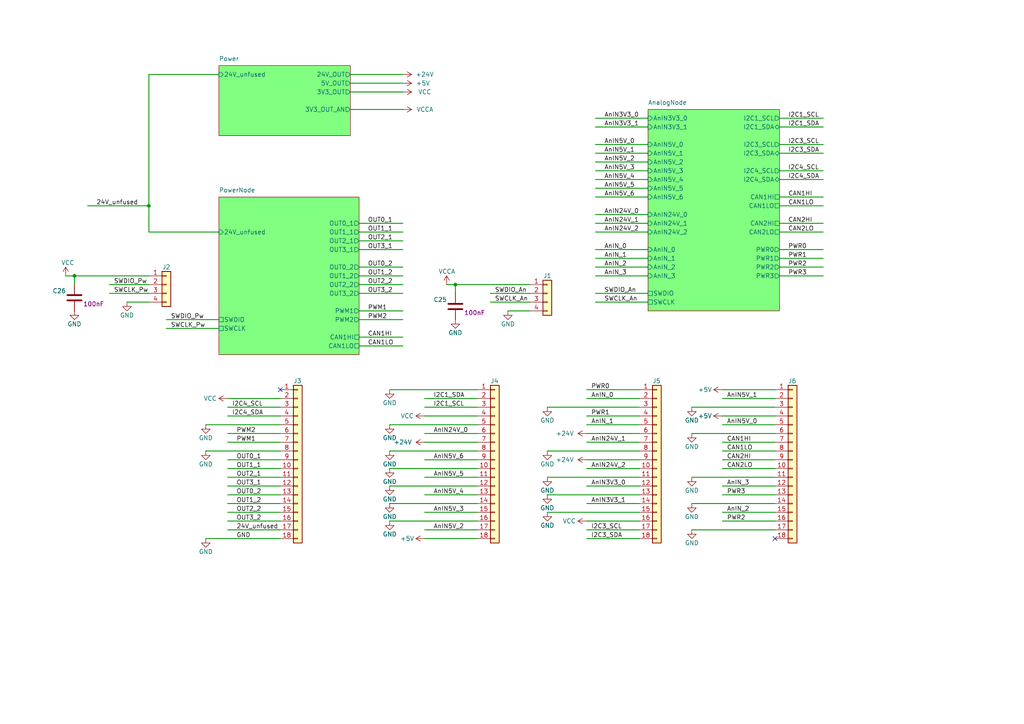
<source format=kicad_sch>
(kicad_sch
	(version 20231120)
	(generator "eeschema")
	(generator_version "8.0")
	(uuid "7f1aa41b-970a-42cc-8701-1d90e3bd89a6")
	(paper "A4")
	(title_block
		(title "Main")
	)
	(lib_symbols
		(symbol "Connector_Generic:Conn_01x04"
			(pin_names
				(offset 1.016) hide)
			(exclude_from_sim no)
			(in_bom yes)
			(on_board yes)
			(property "Reference" "J"
				(at 0 5.08 0)
				(effects
					(font
						(size 1.27 1.27)
					)
				)
			)
			(property "Value" "Conn_01x04"
				(at 0 -7.62 0)
				(effects
					(font
						(size 1.27 1.27)
					)
				)
			)
			(property "Footprint" ""
				(at 0 0 0)
				(effects
					(font
						(size 1.27 1.27)
					)
					(hide yes)
				)
			)
			(property "Datasheet" "~"
				(at 0 0 0)
				(effects
					(font
						(size 1.27 1.27)
					)
					(hide yes)
				)
			)
			(property "Description" "Generic connector, single row, 01x04, script generated (kicad-library-utils/schlib/autogen/connector/)"
				(at 0 0 0)
				(effects
					(font
						(size 1.27 1.27)
					)
					(hide yes)
				)
			)
			(property "ki_keywords" "connector"
				(at 0 0 0)
				(effects
					(font
						(size 1.27 1.27)
					)
					(hide yes)
				)
			)
			(property "ki_fp_filters" "Connector*:*_1x??_*"
				(at 0 0 0)
				(effects
					(font
						(size 1.27 1.27)
					)
					(hide yes)
				)
			)
			(symbol "Conn_01x04_1_1"
				(rectangle
					(start -1.27 -4.953)
					(end 0 -5.207)
					(stroke
						(width 0.1524)
						(type default)
					)
					(fill
						(type none)
					)
				)
				(rectangle
					(start -1.27 -2.413)
					(end 0 -2.667)
					(stroke
						(width 0.1524)
						(type default)
					)
					(fill
						(type none)
					)
				)
				(rectangle
					(start -1.27 0.127)
					(end 0 -0.127)
					(stroke
						(width 0.1524)
						(type default)
					)
					(fill
						(type none)
					)
				)
				(rectangle
					(start -1.27 2.667)
					(end 0 2.413)
					(stroke
						(width 0.1524)
						(type default)
					)
					(fill
						(type none)
					)
				)
				(rectangle
					(start -1.27 3.81)
					(end 1.27 -6.35)
					(stroke
						(width 0.254)
						(type default)
					)
					(fill
						(type background)
					)
				)
				(pin passive line
					(at -5.08 2.54 0)
					(length 3.81)
					(name "Pin_1"
						(effects
							(font
								(size 1.27 1.27)
							)
						)
					)
					(number "1"
						(effects
							(font
								(size 1.27 1.27)
							)
						)
					)
				)
				(pin passive line
					(at -5.08 0 0)
					(length 3.81)
					(name "Pin_2"
						(effects
							(font
								(size 1.27 1.27)
							)
						)
					)
					(number "2"
						(effects
							(font
								(size 1.27 1.27)
							)
						)
					)
				)
				(pin passive line
					(at -5.08 -2.54 0)
					(length 3.81)
					(name "Pin_3"
						(effects
							(font
								(size 1.27 1.27)
							)
						)
					)
					(number "3"
						(effects
							(font
								(size 1.27 1.27)
							)
						)
					)
				)
				(pin passive line
					(at -5.08 -5.08 0)
					(length 3.81)
					(name "Pin_4"
						(effects
							(font
								(size 1.27 1.27)
							)
						)
					)
					(number "4"
						(effects
							(font
								(size 1.27 1.27)
							)
						)
					)
				)
			)
		)
		(symbol "Connector_Generic:Conn_01x18"
			(pin_names
				(offset 1.016) hide)
			(exclude_from_sim no)
			(in_bom yes)
			(on_board yes)
			(property "Reference" "J"
				(at 0 22.86 0)
				(effects
					(font
						(size 1.27 1.27)
					)
				)
			)
			(property "Value" "Conn_01x18"
				(at 0 -25.4 0)
				(effects
					(font
						(size 1.27 1.27)
					)
				)
			)
			(property "Footprint" ""
				(at 0 0 0)
				(effects
					(font
						(size 1.27 1.27)
					)
					(hide yes)
				)
			)
			(property "Datasheet" "~"
				(at 0 0 0)
				(effects
					(font
						(size 1.27 1.27)
					)
					(hide yes)
				)
			)
			(property "Description" "Generic connector, single row, 01x18, script generated (kicad-library-utils/schlib/autogen/connector/)"
				(at 0 0 0)
				(effects
					(font
						(size 1.27 1.27)
					)
					(hide yes)
				)
			)
			(property "ki_keywords" "connector"
				(at 0 0 0)
				(effects
					(font
						(size 1.27 1.27)
					)
					(hide yes)
				)
			)
			(property "ki_fp_filters" "Connector*:*_1x??_*"
				(at 0 0 0)
				(effects
					(font
						(size 1.27 1.27)
					)
					(hide yes)
				)
			)
			(symbol "Conn_01x18_1_1"
				(rectangle
					(start -1.27 -22.733)
					(end 0 -22.987)
					(stroke
						(width 0.1524)
						(type default)
					)
					(fill
						(type none)
					)
				)
				(rectangle
					(start -1.27 -20.193)
					(end 0 -20.447)
					(stroke
						(width 0.1524)
						(type default)
					)
					(fill
						(type none)
					)
				)
				(rectangle
					(start -1.27 -17.653)
					(end 0 -17.907)
					(stroke
						(width 0.1524)
						(type default)
					)
					(fill
						(type none)
					)
				)
				(rectangle
					(start -1.27 -15.113)
					(end 0 -15.367)
					(stroke
						(width 0.1524)
						(type default)
					)
					(fill
						(type none)
					)
				)
				(rectangle
					(start -1.27 -12.573)
					(end 0 -12.827)
					(stroke
						(width 0.1524)
						(type default)
					)
					(fill
						(type none)
					)
				)
				(rectangle
					(start -1.27 -10.033)
					(end 0 -10.287)
					(stroke
						(width 0.1524)
						(type default)
					)
					(fill
						(type none)
					)
				)
				(rectangle
					(start -1.27 -7.493)
					(end 0 -7.747)
					(stroke
						(width 0.1524)
						(type default)
					)
					(fill
						(type none)
					)
				)
				(rectangle
					(start -1.27 -4.953)
					(end 0 -5.207)
					(stroke
						(width 0.1524)
						(type default)
					)
					(fill
						(type none)
					)
				)
				(rectangle
					(start -1.27 -2.413)
					(end 0 -2.667)
					(stroke
						(width 0.1524)
						(type default)
					)
					(fill
						(type none)
					)
				)
				(rectangle
					(start -1.27 0.127)
					(end 0 -0.127)
					(stroke
						(width 0.1524)
						(type default)
					)
					(fill
						(type none)
					)
				)
				(rectangle
					(start -1.27 2.667)
					(end 0 2.413)
					(stroke
						(width 0.1524)
						(type default)
					)
					(fill
						(type none)
					)
				)
				(rectangle
					(start -1.27 5.207)
					(end 0 4.953)
					(stroke
						(width 0.1524)
						(type default)
					)
					(fill
						(type none)
					)
				)
				(rectangle
					(start -1.27 7.747)
					(end 0 7.493)
					(stroke
						(width 0.1524)
						(type default)
					)
					(fill
						(type none)
					)
				)
				(rectangle
					(start -1.27 10.287)
					(end 0 10.033)
					(stroke
						(width 0.1524)
						(type default)
					)
					(fill
						(type none)
					)
				)
				(rectangle
					(start -1.27 12.827)
					(end 0 12.573)
					(stroke
						(width 0.1524)
						(type default)
					)
					(fill
						(type none)
					)
				)
				(rectangle
					(start -1.27 15.367)
					(end 0 15.113)
					(stroke
						(width 0.1524)
						(type default)
					)
					(fill
						(type none)
					)
				)
				(rectangle
					(start -1.27 17.907)
					(end 0 17.653)
					(stroke
						(width 0.1524)
						(type default)
					)
					(fill
						(type none)
					)
				)
				(rectangle
					(start -1.27 20.447)
					(end 0 20.193)
					(stroke
						(width 0.1524)
						(type default)
					)
					(fill
						(type none)
					)
				)
				(rectangle
					(start -1.27 21.59)
					(end 1.27 -24.13)
					(stroke
						(width 0.254)
						(type default)
					)
					(fill
						(type background)
					)
				)
				(pin passive line
					(at -5.08 20.32 0)
					(length 3.81)
					(name "Pin_1"
						(effects
							(font
								(size 1.27 1.27)
							)
						)
					)
					(number "1"
						(effects
							(font
								(size 1.27 1.27)
							)
						)
					)
				)
				(pin passive line
					(at -5.08 -2.54 0)
					(length 3.81)
					(name "Pin_10"
						(effects
							(font
								(size 1.27 1.27)
							)
						)
					)
					(number "10"
						(effects
							(font
								(size 1.27 1.27)
							)
						)
					)
				)
				(pin passive line
					(at -5.08 -5.08 0)
					(length 3.81)
					(name "Pin_11"
						(effects
							(font
								(size 1.27 1.27)
							)
						)
					)
					(number "11"
						(effects
							(font
								(size 1.27 1.27)
							)
						)
					)
				)
				(pin passive line
					(at -5.08 -7.62 0)
					(length 3.81)
					(name "Pin_12"
						(effects
							(font
								(size 1.27 1.27)
							)
						)
					)
					(number "12"
						(effects
							(font
								(size 1.27 1.27)
							)
						)
					)
				)
				(pin passive line
					(at -5.08 -10.16 0)
					(length 3.81)
					(name "Pin_13"
						(effects
							(font
								(size 1.27 1.27)
							)
						)
					)
					(number "13"
						(effects
							(font
								(size 1.27 1.27)
							)
						)
					)
				)
				(pin passive line
					(at -5.08 -12.7 0)
					(length 3.81)
					(name "Pin_14"
						(effects
							(font
								(size 1.27 1.27)
							)
						)
					)
					(number "14"
						(effects
							(font
								(size 1.27 1.27)
							)
						)
					)
				)
				(pin passive line
					(at -5.08 -15.24 0)
					(length 3.81)
					(name "Pin_15"
						(effects
							(font
								(size 1.27 1.27)
							)
						)
					)
					(number "15"
						(effects
							(font
								(size 1.27 1.27)
							)
						)
					)
				)
				(pin passive line
					(at -5.08 -17.78 0)
					(length 3.81)
					(name "Pin_16"
						(effects
							(font
								(size 1.27 1.27)
							)
						)
					)
					(number "16"
						(effects
							(font
								(size 1.27 1.27)
							)
						)
					)
				)
				(pin passive line
					(at -5.08 -20.32 0)
					(length 3.81)
					(name "Pin_17"
						(effects
							(font
								(size 1.27 1.27)
							)
						)
					)
					(number "17"
						(effects
							(font
								(size 1.27 1.27)
							)
						)
					)
				)
				(pin passive line
					(at -5.08 -22.86 0)
					(length 3.81)
					(name "Pin_18"
						(effects
							(font
								(size 1.27 1.27)
							)
						)
					)
					(number "18"
						(effects
							(font
								(size 1.27 1.27)
							)
						)
					)
				)
				(pin passive line
					(at -5.08 17.78 0)
					(length 3.81)
					(name "Pin_2"
						(effects
							(font
								(size 1.27 1.27)
							)
						)
					)
					(number "2"
						(effects
							(font
								(size 1.27 1.27)
							)
						)
					)
				)
				(pin passive line
					(at -5.08 15.24 0)
					(length 3.81)
					(name "Pin_3"
						(effects
							(font
								(size 1.27 1.27)
							)
						)
					)
					(number "3"
						(effects
							(font
								(size 1.27 1.27)
							)
						)
					)
				)
				(pin passive line
					(at -5.08 12.7 0)
					(length 3.81)
					(name "Pin_4"
						(effects
							(font
								(size 1.27 1.27)
							)
						)
					)
					(number "4"
						(effects
							(font
								(size 1.27 1.27)
							)
						)
					)
				)
				(pin passive line
					(at -5.08 10.16 0)
					(length 3.81)
					(name "Pin_5"
						(effects
							(font
								(size 1.27 1.27)
							)
						)
					)
					(number "5"
						(effects
							(font
								(size 1.27 1.27)
							)
						)
					)
				)
				(pin passive line
					(at -5.08 7.62 0)
					(length 3.81)
					(name "Pin_6"
						(effects
							(font
								(size 1.27 1.27)
							)
						)
					)
					(number "6"
						(effects
							(font
								(size 1.27 1.27)
							)
						)
					)
				)
				(pin passive line
					(at -5.08 5.08 0)
					(length 3.81)
					(name "Pin_7"
						(effects
							(font
								(size 1.27 1.27)
							)
						)
					)
					(number "7"
						(effects
							(font
								(size 1.27 1.27)
							)
						)
					)
				)
				(pin passive line
					(at -5.08 2.54 0)
					(length 3.81)
					(name "Pin_8"
						(effects
							(font
								(size 1.27 1.27)
							)
						)
					)
					(number "8"
						(effects
							(font
								(size 1.27 1.27)
							)
						)
					)
				)
				(pin passive line
					(at -5.08 0 0)
					(length 3.81)
					(name "Pin_9"
						(effects
							(font
								(size 1.27 1.27)
							)
						)
					)
					(number "9"
						(effects
							(font
								(size 1.27 1.27)
							)
						)
					)
				)
			)
		)
		(symbol "Device:C"
			(pin_numbers hide)
			(pin_names
				(offset 0.254)
			)
			(exclude_from_sim no)
			(in_bom yes)
			(on_board yes)
			(property "Reference" "C"
				(at 0.635 2.54 0)
				(effects
					(font
						(size 1.27 1.27)
					)
					(justify left)
				)
			)
			(property "Value" "C"
				(at 0.635 -2.54 0)
				(effects
					(font
						(size 1.27 1.27)
					)
					(justify left)
				)
			)
			(property "Footprint" ""
				(at 0.9652 -3.81 0)
				(effects
					(font
						(size 1.27 1.27)
					)
					(hide yes)
				)
			)
			(property "Datasheet" "~"
				(at 0 0 0)
				(effects
					(font
						(size 1.27 1.27)
					)
					(hide yes)
				)
			)
			(property "Description" "Unpolarized capacitor"
				(at 0 0 0)
				(effects
					(font
						(size 1.27 1.27)
					)
					(hide yes)
				)
			)
			(property "ki_keywords" "cap capacitor"
				(at 0 0 0)
				(effects
					(font
						(size 1.27 1.27)
					)
					(hide yes)
				)
			)
			(property "ki_fp_filters" "C_*"
				(at 0 0 0)
				(effects
					(font
						(size 1.27 1.27)
					)
					(hide yes)
				)
			)
			(symbol "C_0_1"
				(polyline
					(pts
						(xy -2.032 -0.762) (xy 2.032 -0.762)
					)
					(stroke
						(width 0.508)
						(type default)
					)
					(fill
						(type none)
					)
				)
				(polyline
					(pts
						(xy -2.032 0.762) (xy 2.032 0.762)
					)
					(stroke
						(width 0.508)
						(type default)
					)
					(fill
						(type none)
					)
				)
			)
			(symbol "C_1_1"
				(pin passive line
					(at 0 3.81 270)
					(length 2.794)
					(name "~"
						(effects
							(font
								(size 1.27 1.27)
							)
						)
					)
					(number "1"
						(effects
							(font
								(size 1.27 1.27)
							)
						)
					)
				)
				(pin passive line
					(at 0 -3.81 90)
					(length 2.794)
					(name "~"
						(effects
							(font
								(size 1.27 1.27)
							)
						)
					)
					(number "2"
						(effects
							(font
								(size 1.27 1.27)
							)
						)
					)
				)
			)
		)
		(symbol "VCC_1"
			(power)
			(pin_numbers hide)
			(pin_names
				(offset 0) hide)
			(exclude_from_sim no)
			(in_bom yes)
			(on_board yes)
			(property "Reference" "#PWR"
				(at 0 -3.81 0)
				(effects
					(font
						(size 1.27 1.27)
					)
					(hide yes)
				)
			)
			(property "Value" "VCC"
				(at 0 3.556 0)
				(effects
					(font
						(size 1.27 1.27)
					)
				)
			)
			(property "Footprint" ""
				(at 0 0 0)
				(effects
					(font
						(size 1.27 1.27)
					)
					(hide yes)
				)
			)
			(property "Datasheet" ""
				(at 0 0 0)
				(effects
					(font
						(size 1.27 1.27)
					)
					(hide yes)
				)
			)
			(property "Description" "Power symbol creates a global label with name \"VCC\""
				(at 0 0 0)
				(effects
					(font
						(size 1.27 1.27)
					)
					(hide yes)
				)
			)
			(property "ki_keywords" "global power"
				(at 0 0 0)
				(effects
					(font
						(size 1.27 1.27)
					)
					(hide yes)
				)
			)
			(symbol "VCC_1_0_1"
				(polyline
					(pts
						(xy -0.762 1.27) (xy 0 2.54)
					)
					(stroke
						(width 0)
						(type default)
					)
					(fill
						(type none)
					)
				)
				(polyline
					(pts
						(xy 0 0) (xy 0 2.54)
					)
					(stroke
						(width 0)
						(type default)
					)
					(fill
						(type none)
					)
				)
				(polyline
					(pts
						(xy 0 2.54) (xy 0.762 1.27)
					)
					(stroke
						(width 0)
						(type default)
					)
					(fill
						(type none)
					)
				)
			)
			(symbol "VCC_1_1_1"
				(pin power_in line
					(at 0 0 90)
					(length 0)
					(name "~"
						(effects
							(font
								(size 1.27 1.27)
							)
						)
					)
					(number "1"
						(effects
							(font
								(size 1.27 1.27)
							)
						)
					)
				)
			)
		)
		(symbol "VCC_2"
			(power)
			(pin_numbers hide)
			(pin_names
				(offset 0) hide)
			(exclude_from_sim no)
			(in_bom yes)
			(on_board yes)
			(property "Reference" "#PWR"
				(at 0 -3.81 0)
				(effects
					(font
						(size 1.27 1.27)
					)
					(hide yes)
				)
			)
			(property "Value" "VCC"
				(at 0 3.556 0)
				(effects
					(font
						(size 1.27 1.27)
					)
				)
			)
			(property "Footprint" ""
				(at 0 0 0)
				(effects
					(font
						(size 1.27 1.27)
					)
					(hide yes)
				)
			)
			(property "Datasheet" ""
				(at 0 0 0)
				(effects
					(font
						(size 1.27 1.27)
					)
					(hide yes)
				)
			)
			(property "Description" "Power symbol creates a global label with name \"VCC\""
				(at 0 0 0)
				(effects
					(font
						(size 1.27 1.27)
					)
					(hide yes)
				)
			)
			(property "ki_keywords" "global power"
				(at 0 0 0)
				(effects
					(font
						(size 1.27 1.27)
					)
					(hide yes)
				)
			)
			(symbol "VCC_2_0_1"
				(polyline
					(pts
						(xy -0.762 1.27) (xy 0 2.54)
					)
					(stroke
						(width 0)
						(type default)
					)
					(fill
						(type none)
					)
				)
				(polyline
					(pts
						(xy 0 0) (xy 0 2.54)
					)
					(stroke
						(width 0)
						(type default)
					)
					(fill
						(type none)
					)
				)
				(polyline
					(pts
						(xy 0 2.54) (xy 0.762 1.27)
					)
					(stroke
						(width 0)
						(type default)
					)
					(fill
						(type none)
					)
				)
			)
			(symbol "VCC_2_1_1"
				(pin power_in line
					(at 0 0 90)
					(length 0)
					(name "~"
						(effects
							(font
								(size 1.27 1.27)
							)
						)
					)
					(number "1"
						(effects
							(font
								(size 1.27 1.27)
							)
						)
					)
				)
			)
		)
		(symbol "VCC_3"
			(power)
			(pin_numbers hide)
			(pin_names
				(offset 0) hide)
			(exclude_from_sim no)
			(in_bom yes)
			(on_board yes)
			(property "Reference" "#PWR"
				(at 0 -3.81 0)
				(effects
					(font
						(size 1.27 1.27)
					)
					(hide yes)
				)
			)
			(property "Value" "VCC"
				(at 0 3.556 0)
				(effects
					(font
						(size 1.27 1.27)
					)
				)
			)
			(property "Footprint" ""
				(at 0 0 0)
				(effects
					(font
						(size 1.27 1.27)
					)
					(hide yes)
				)
			)
			(property "Datasheet" ""
				(at 0 0 0)
				(effects
					(font
						(size 1.27 1.27)
					)
					(hide yes)
				)
			)
			(property "Description" "Power symbol creates a global label with name \"VCC\""
				(at 0 0 0)
				(effects
					(font
						(size 1.27 1.27)
					)
					(hide yes)
				)
			)
			(property "ki_keywords" "global power"
				(at 0 0 0)
				(effects
					(font
						(size 1.27 1.27)
					)
					(hide yes)
				)
			)
			(symbol "VCC_3_0_1"
				(polyline
					(pts
						(xy -0.762 1.27) (xy 0 2.54)
					)
					(stroke
						(width 0)
						(type default)
					)
					(fill
						(type none)
					)
				)
				(polyline
					(pts
						(xy 0 0) (xy 0 2.54)
					)
					(stroke
						(width 0)
						(type default)
					)
					(fill
						(type none)
					)
				)
				(polyline
					(pts
						(xy 0 2.54) (xy 0.762 1.27)
					)
					(stroke
						(width 0)
						(type default)
					)
					(fill
						(type none)
					)
				)
			)
			(symbol "VCC_3_1_1"
				(pin power_in line
					(at 0 0 90)
					(length 0)
					(name "~"
						(effects
							(font
								(size 1.27 1.27)
							)
						)
					)
					(number "1"
						(effects
							(font
								(size 1.27 1.27)
							)
						)
					)
				)
			)
		)
		(symbol "VCC_4"
			(power)
			(pin_numbers hide)
			(pin_names
				(offset 0) hide)
			(exclude_from_sim no)
			(in_bom yes)
			(on_board yes)
			(property "Reference" "#PWR"
				(at 0 -3.81 0)
				(effects
					(font
						(size 1.27 1.27)
					)
					(hide yes)
				)
			)
			(property "Value" "VCC"
				(at 0 3.556 0)
				(effects
					(font
						(size 1.27 1.27)
					)
				)
			)
			(property "Footprint" ""
				(at 0 0 0)
				(effects
					(font
						(size 1.27 1.27)
					)
					(hide yes)
				)
			)
			(property "Datasheet" ""
				(at 0 0 0)
				(effects
					(font
						(size 1.27 1.27)
					)
					(hide yes)
				)
			)
			(property "Description" "Power symbol creates a global label with name \"VCC\""
				(at 0 0 0)
				(effects
					(font
						(size 1.27 1.27)
					)
					(hide yes)
				)
			)
			(property "ki_keywords" "global power"
				(at 0 0 0)
				(effects
					(font
						(size 1.27 1.27)
					)
					(hide yes)
				)
			)
			(symbol "VCC_4_0_1"
				(polyline
					(pts
						(xy -0.762 1.27) (xy 0 2.54)
					)
					(stroke
						(width 0)
						(type default)
					)
					(fill
						(type none)
					)
				)
				(polyline
					(pts
						(xy 0 0) (xy 0 2.54)
					)
					(stroke
						(width 0)
						(type default)
					)
					(fill
						(type none)
					)
				)
				(polyline
					(pts
						(xy 0 2.54) (xy 0.762 1.27)
					)
					(stroke
						(width 0)
						(type default)
					)
					(fill
						(type none)
					)
				)
			)
			(symbol "VCC_4_1_1"
				(pin power_in line
					(at 0 0 90)
					(length 0)
					(name "~"
						(effects
							(font
								(size 1.27 1.27)
							)
						)
					)
					(number "1"
						(effects
							(font
								(size 1.27 1.27)
							)
						)
					)
				)
			)
		)
		(symbol "VCC_5"
			(power)
			(pin_numbers hide)
			(pin_names
				(offset 0) hide)
			(exclude_from_sim no)
			(in_bom yes)
			(on_board yes)
			(property "Reference" "#PWR"
				(at 0 -3.81 0)
				(effects
					(font
						(size 1.27 1.27)
					)
					(hide yes)
				)
			)
			(property "Value" "VCC"
				(at 0 3.556 0)
				(effects
					(font
						(size 1.27 1.27)
					)
				)
			)
			(property "Footprint" ""
				(at 0 0 0)
				(effects
					(font
						(size 1.27 1.27)
					)
					(hide yes)
				)
			)
			(property "Datasheet" ""
				(at 0 0 0)
				(effects
					(font
						(size 1.27 1.27)
					)
					(hide yes)
				)
			)
			(property "Description" "Power symbol creates a global label with name \"VCC\""
				(at 0 0 0)
				(effects
					(font
						(size 1.27 1.27)
					)
					(hide yes)
				)
			)
			(property "ki_keywords" "global power"
				(at 0 0 0)
				(effects
					(font
						(size 1.27 1.27)
					)
					(hide yes)
				)
			)
			(symbol "VCC_5_0_1"
				(polyline
					(pts
						(xy -0.762 1.27) (xy 0 2.54)
					)
					(stroke
						(width 0)
						(type default)
					)
					(fill
						(type none)
					)
				)
				(polyline
					(pts
						(xy 0 0) (xy 0 2.54)
					)
					(stroke
						(width 0)
						(type default)
					)
					(fill
						(type none)
					)
				)
				(polyline
					(pts
						(xy 0 2.54) (xy 0.762 1.27)
					)
					(stroke
						(width 0)
						(type default)
					)
					(fill
						(type none)
					)
				)
			)
			(symbol "VCC_5_1_1"
				(pin power_in line
					(at 0 0 90)
					(length 0)
					(name "~"
						(effects
							(font
								(size 1.27 1.27)
							)
						)
					)
					(number "1"
						(effects
							(font
								(size 1.27 1.27)
							)
						)
					)
				)
			)
		)
		(symbol "power:+24V"
			(power)
			(pin_numbers hide)
			(pin_names
				(offset 0) hide)
			(exclude_from_sim no)
			(in_bom yes)
			(on_board yes)
			(property "Reference" "#PWR"
				(at 0 -3.81 0)
				(effects
					(font
						(size 1.27 1.27)
					)
					(hide yes)
				)
			)
			(property "Value" "+24V"
				(at 0 3.556 0)
				(effects
					(font
						(size 1.27 1.27)
					)
				)
			)
			(property "Footprint" ""
				(at 0 0 0)
				(effects
					(font
						(size 1.27 1.27)
					)
					(hide yes)
				)
			)
			(property "Datasheet" ""
				(at 0 0 0)
				(effects
					(font
						(size 1.27 1.27)
					)
					(hide yes)
				)
			)
			(property "Description" "Power symbol creates a global label with name \"+24V\""
				(at 0 0 0)
				(effects
					(font
						(size 1.27 1.27)
					)
					(hide yes)
				)
			)
			(property "ki_keywords" "global power"
				(at 0 0 0)
				(effects
					(font
						(size 1.27 1.27)
					)
					(hide yes)
				)
			)
			(symbol "+24V_0_1"
				(polyline
					(pts
						(xy -0.762 1.27) (xy 0 2.54)
					)
					(stroke
						(width 0)
						(type default)
					)
					(fill
						(type none)
					)
				)
				(polyline
					(pts
						(xy 0 0) (xy 0 2.54)
					)
					(stroke
						(width 0)
						(type default)
					)
					(fill
						(type none)
					)
				)
				(polyline
					(pts
						(xy 0 2.54) (xy 0.762 1.27)
					)
					(stroke
						(width 0)
						(type default)
					)
					(fill
						(type none)
					)
				)
			)
			(symbol "+24V_1_1"
				(pin power_in line
					(at 0 0 90)
					(length 0)
					(name "~"
						(effects
							(font
								(size 1.27 1.27)
							)
						)
					)
					(number "1"
						(effects
							(font
								(size 1.27 1.27)
							)
						)
					)
				)
			)
		)
		(symbol "power:+5V"
			(power)
			(pin_numbers hide)
			(pin_names
				(offset 0) hide)
			(exclude_from_sim no)
			(in_bom yes)
			(on_board yes)
			(property "Reference" "#PWR"
				(at 0 -3.81 0)
				(effects
					(font
						(size 1.27 1.27)
					)
					(hide yes)
				)
			)
			(property "Value" "+5V"
				(at 0 3.556 0)
				(effects
					(font
						(size 1.27 1.27)
					)
				)
			)
			(property "Footprint" ""
				(at 0 0 0)
				(effects
					(font
						(size 1.27 1.27)
					)
					(hide yes)
				)
			)
			(property "Datasheet" ""
				(at 0 0 0)
				(effects
					(font
						(size 1.27 1.27)
					)
					(hide yes)
				)
			)
			(property "Description" "Power symbol creates a global label with name \"+5V\""
				(at 0 0 0)
				(effects
					(font
						(size 1.27 1.27)
					)
					(hide yes)
				)
			)
			(property "ki_keywords" "global power"
				(at 0 0 0)
				(effects
					(font
						(size 1.27 1.27)
					)
					(hide yes)
				)
			)
			(symbol "+5V_0_1"
				(polyline
					(pts
						(xy -0.762 1.27) (xy 0 2.54)
					)
					(stroke
						(width 0)
						(type default)
					)
					(fill
						(type none)
					)
				)
				(polyline
					(pts
						(xy 0 0) (xy 0 2.54)
					)
					(stroke
						(width 0)
						(type default)
					)
					(fill
						(type none)
					)
				)
				(polyline
					(pts
						(xy 0 2.54) (xy 0.762 1.27)
					)
					(stroke
						(width 0)
						(type default)
					)
					(fill
						(type none)
					)
				)
			)
			(symbol "+5V_1_1"
				(pin power_in line
					(at 0 0 90)
					(length 0)
					(name "~"
						(effects
							(font
								(size 1.27 1.27)
							)
						)
					)
					(number "1"
						(effects
							(font
								(size 1.27 1.27)
							)
						)
					)
				)
			)
		)
		(symbol "power:GND"
			(power)
			(pin_numbers hide)
			(pin_names
				(offset 0) hide)
			(exclude_from_sim no)
			(in_bom yes)
			(on_board yes)
			(property "Reference" "#PWR"
				(at 0 -6.35 0)
				(effects
					(font
						(size 1.27 1.27)
					)
					(hide yes)
				)
			)
			(property "Value" "GND"
				(at 0 -3.81 0)
				(effects
					(font
						(size 1.27 1.27)
					)
				)
			)
			(property "Footprint" ""
				(at 0 0 0)
				(effects
					(font
						(size 1.27 1.27)
					)
					(hide yes)
				)
			)
			(property "Datasheet" ""
				(at 0 0 0)
				(effects
					(font
						(size 1.27 1.27)
					)
					(hide yes)
				)
			)
			(property "Description" "Power symbol creates a global label with name \"GND\" , ground"
				(at 0 0 0)
				(effects
					(font
						(size 1.27 1.27)
					)
					(hide yes)
				)
			)
			(property "ki_keywords" "global power"
				(at 0 0 0)
				(effects
					(font
						(size 1.27 1.27)
					)
					(hide yes)
				)
			)
			(symbol "GND_0_1"
				(polyline
					(pts
						(xy 0 0) (xy 0 -1.27) (xy 1.27 -1.27) (xy 0 -2.54) (xy -1.27 -1.27) (xy 0 -1.27)
					)
					(stroke
						(width 0)
						(type default)
					)
					(fill
						(type none)
					)
				)
			)
			(symbol "GND_1_1"
				(pin power_in line
					(at 0 0 270)
					(length 0)
					(name "~"
						(effects
							(font
								(size 1.27 1.27)
							)
						)
					)
					(number "1"
						(effects
							(font
								(size 1.27 1.27)
							)
						)
					)
				)
			)
		)
		(symbol "power:VCC"
			(power)
			(pin_numbers hide)
			(pin_names
				(offset 0) hide)
			(exclude_from_sim no)
			(in_bom yes)
			(on_board yes)
			(property "Reference" "#PWR"
				(at 0 -3.81 0)
				(effects
					(font
						(size 1.27 1.27)
					)
					(hide yes)
				)
			)
			(property "Value" "VCC"
				(at 0 3.556 0)
				(effects
					(font
						(size 1.27 1.27)
					)
				)
			)
			(property "Footprint" ""
				(at 0 0 0)
				(effects
					(font
						(size 1.27 1.27)
					)
					(hide yes)
				)
			)
			(property "Datasheet" ""
				(at 0 0 0)
				(effects
					(font
						(size 1.27 1.27)
					)
					(hide yes)
				)
			)
			(property "Description" "Power symbol creates a global label with name \"VCC\""
				(at 0 0 0)
				(effects
					(font
						(size 1.27 1.27)
					)
					(hide yes)
				)
			)
			(property "ki_keywords" "global power"
				(at 0 0 0)
				(effects
					(font
						(size 1.27 1.27)
					)
					(hide yes)
				)
			)
			(symbol "VCC_0_1"
				(polyline
					(pts
						(xy -0.762 1.27) (xy 0 2.54)
					)
					(stroke
						(width 0)
						(type default)
					)
					(fill
						(type none)
					)
				)
				(polyline
					(pts
						(xy 0 0) (xy 0 2.54)
					)
					(stroke
						(width 0)
						(type default)
					)
					(fill
						(type none)
					)
				)
				(polyline
					(pts
						(xy 0 2.54) (xy 0.762 1.27)
					)
					(stroke
						(width 0)
						(type default)
					)
					(fill
						(type none)
					)
				)
			)
			(symbol "VCC_1_1"
				(pin power_in line
					(at 0 0 90)
					(length 0)
					(name "~"
						(effects
							(font
								(size 1.27 1.27)
							)
						)
					)
					(number "1"
						(effects
							(font
								(size 1.27 1.27)
							)
						)
					)
				)
			)
		)
	)
	(junction
		(at 21.59 80.01)
		(diameter 0)
		(color 0 0 0 0)
		(uuid "160bdb5b-7c22-4b4b-b67b-d34eda847e8d")
	)
	(junction
		(at 43.18 59.69)
		(diameter 0)
		(color 0 0 0 0)
		(uuid "21faf49b-1032-42bf-8ad5-2c8f4d354158")
	)
	(junction
		(at 132.08 82.55)
		(diameter 0)
		(color 0 0 0 0)
		(uuid "8a4b8ad7-2743-4c7c-82a8-821dc1331eb9")
	)
	(no_connect
		(at 81.28 113.03)
		(uuid "a51e0a13-19c9-4e12-8835-fa371b606e4b")
	)
	(no_connect
		(at 224.79 156.21)
		(uuid "d18ff647-54e8-4277-a71d-e6c6476112c4")
	)
	(wire
		(pts
			(xy 116.84 64.77) (xy 104.14 64.77)
		)
		(stroke
			(width 0.254)
			(type default)
		)
		(uuid "00b917c0-ac5a-43b0-83e8-8a76f49ce69e")
	)
	(wire
		(pts
			(xy 21.59 80.01) (xy 43.18 80.01)
		)
		(stroke
			(width 0.254)
			(type default)
		)
		(uuid "038c360e-9324-4965-a87d-7e8c251e14f5")
	)
	(wire
		(pts
			(xy 185.42 133.35) (xy 170.18 133.35)
		)
		(stroke
			(width 0.254)
			(type default)
		)
		(uuid "079c2ed2-ab62-4785-94c1-b86f28cad242")
	)
	(wire
		(pts
			(xy 170.18 151.13) (xy 185.42 151.13)
		)
		(stroke
			(width 0.254)
			(type default)
		)
		(uuid "0a2d4cc7-9bbb-4665-b048-4f922bd8150f")
	)
	(wire
		(pts
			(xy 187.96 72.39) (xy 172.72 72.39)
		)
		(stroke
			(width 0.254)
			(type default)
		)
		(uuid "0a4be42c-492d-4987-b5b0-6c2215781b17")
	)
	(wire
		(pts
			(xy 66.04 143.51) (xy 81.28 143.51)
		)
		(stroke
			(width 0.254)
			(type default)
		)
		(uuid "0ecd2ade-5acd-49e5-8b7b-cad94d2b7537")
	)
	(wire
		(pts
			(xy 104.14 97.79) (xy 116.84 97.79)
		)
		(stroke
			(width 0.254)
			(type default)
		)
		(uuid "12b41e95-6927-468a-ba6f-4718d3801a82")
	)
	(wire
		(pts
			(xy 116.84 72.39) (xy 104.14 72.39)
		)
		(stroke
			(width 0.254)
			(type default)
		)
		(uuid "15e305f6-c3f2-47d0-bd46-4c824638449d")
	)
	(wire
		(pts
			(xy 209.55 140.97) (xy 224.79 140.97)
		)
		(stroke
			(width 0.254)
			(type default)
		)
		(uuid "16201af9-30eb-45f5-9e38-44f46b7943d8")
	)
	(wire
		(pts
			(xy 200.66 125.73) (xy 224.79 125.73)
		)
		(stroke
			(width 0.254)
			(type default)
		)
		(uuid "163b8744-c462-4de5-a65d-63d4ff542746")
	)
	(wire
		(pts
			(xy 59.69 123.19) (xy 81.28 123.19)
		)
		(stroke
			(width 0.254)
			(type default)
		)
		(uuid "16a37640-6dd1-4559-87d8-f68056794425")
	)
	(wire
		(pts
			(xy 187.96 80.01) (xy 172.72 80.01)
		)
		(stroke
			(width 0.254)
			(type default)
		)
		(uuid "208a13ff-f5be-441c-bb56-a8abc3da95bd")
	)
	(wire
		(pts
			(xy 185.42 146.05) (xy 170.18 146.05)
		)
		(stroke
			(width 0.254)
			(type default)
		)
		(uuid "208dd91c-6cc6-4d12-8d57-d4ab7566c30a")
	)
	(wire
		(pts
			(xy 187.96 36.83) (xy 172.72 36.83)
		)
		(stroke
			(width 0.254)
			(type default)
		)
		(uuid "20ad5ec8-23a8-4af5-b8d9-9f6f8800892d")
	)
	(wire
		(pts
			(xy 116.84 69.85) (xy 104.14 69.85)
		)
		(stroke
			(width 0.254)
			(type default)
		)
		(uuid "21c46a0e-f30e-4574-a1a4-c9d75f54523b")
	)
	(wire
		(pts
			(xy 187.96 64.77) (xy 172.72 64.77)
		)
		(stroke
			(width 0.254)
			(type default)
		)
		(uuid "23de1287-c6ee-4435-83cd-6d00021e3892")
	)
	(wire
		(pts
			(xy 226.06 36.83) (xy 238.76 36.83)
		)
		(stroke
			(width 0.254)
			(type default)
		)
		(uuid "25d29127-5ade-4bab-8108-5104037517c2")
	)
	(wire
		(pts
			(xy 19.05 80.01) (xy 21.59 80.01)
		)
		(stroke
			(width 0.254)
			(type default)
		)
		(uuid "265f8908-db1f-4803-be2f-eaf9addec2aa")
	)
	(wire
		(pts
			(xy 63.5 67.31) (xy 43.18 67.31)
		)
		(stroke
			(width 0.254)
			(type default)
		)
		(uuid "26a931ea-1608-43d8-9433-a41473beb986")
	)
	(wire
		(pts
			(xy 116.84 80.01) (xy 104.14 80.01)
		)
		(stroke
			(width 0.254)
			(type default)
		)
		(uuid "2844da4d-36ba-4090-9113-f78996c4ee74")
	)
	(wire
		(pts
			(xy 66.04 151.13) (xy 81.28 151.13)
		)
		(stroke
			(width 0.254)
			(type default)
		)
		(uuid "2a3b760d-d732-419a-ad13-280abea2f68b")
	)
	(wire
		(pts
			(xy 224.79 135.89) (xy 209.55 135.89)
		)
		(stroke
			(width 0.254)
			(type default)
		)
		(uuid "2d6ef9df-49d6-4dc7-a5f1-0dd1a43bd982")
	)
	(wire
		(pts
			(xy 142.24 85.09) (xy 153.67 85.09)
		)
		(stroke
			(width 0.254)
			(type default)
		)
		(uuid "2e37dd50-c091-4415-9e6c-aff6911cc863")
	)
	(wire
		(pts
			(xy 238.76 80.01) (xy 226.06 80.01)
		)
		(stroke
			(width 0.254)
			(type default)
		)
		(uuid "2e73b593-9c5c-46a2-9189-3b65cb61d182")
	)
	(wire
		(pts
			(xy 81.28 118.11) (xy 66.04 118.11)
		)
		(stroke
			(width 0.254)
			(type default)
		)
		(uuid "2f47cf32-a42e-4089-a3d9-759a661b9e12")
	)
	(wire
		(pts
			(xy 66.04 115.57) (xy 81.28 115.57)
		)
		(stroke
			(width 0.254)
			(type default)
		)
		(uuid "31321b0c-a20a-4b9e-a45b-1f2dd03afc52")
	)
	(wire
		(pts
			(xy 116.84 67.31) (xy 104.14 67.31)
		)
		(stroke
			(width 0.254)
			(type default)
		)
		(uuid "3180e04b-21b6-4b8c-9282-c92a45426e71")
	)
	(wire
		(pts
			(xy 226.06 64.77) (xy 238.76 64.77)
		)
		(stroke
			(width 0.254)
			(type default)
		)
		(uuid "32c10383-1f14-4970-ae89-ab377b9fc1a5")
	)
	(wire
		(pts
			(xy 226.06 59.69) (xy 238.76 59.69)
		)
		(stroke
			(width 0.254)
			(type default)
		)
		(uuid "33101152-de76-4119-8e17-178042a1bdfb")
	)
	(wire
		(pts
			(xy 238.76 72.39) (xy 226.06 72.39)
		)
		(stroke
			(width 0.254)
			(type default)
		)
		(uuid "349c9a7e-4173-494f-bdf3-9bd783935f1e")
	)
	(wire
		(pts
			(xy 31.75 85.09) (xy 43.18 85.09)
		)
		(stroke
			(width 0.254)
			(type default)
		)
		(uuid "357ab722-e93d-4616-8217-0d00a14afd2f")
	)
	(wire
		(pts
			(xy 226.06 34.29) (xy 238.76 34.29)
		)
		(stroke
			(width 0.254)
			(type default)
		)
		(uuid "36109b8d-b889-4de2-9863-f4c8d95ee650")
	)
	(wire
		(pts
			(xy 185.42 115.57) (xy 170.18 115.57)
		)
		(stroke
			(width 0.254)
			(type default)
		)
		(uuid "36745a64-3c00-4809-832d-5628381ff5db")
	)
	(wire
		(pts
			(xy 238.76 77.47) (xy 226.06 77.47)
		)
		(stroke
			(width 0.254)
			(type default)
		)
		(uuid "38b3d165-9fa8-418b-8430-bc834793461f")
	)
	(wire
		(pts
			(xy 123.19 153.67) (xy 138.43 153.67)
		)
		(stroke
			(width 0.254)
			(type default)
		)
		(uuid "3b60fc4e-a8ae-430b-a83e-9b53c3de8d43")
	)
	(wire
		(pts
			(xy 185.42 113.03) (xy 170.18 113.03)
		)
		(stroke
			(width 0.254)
			(type default)
		)
		(uuid "3bc6ef65-04e7-4c2c-a545-609cf7889ec9")
	)
	(wire
		(pts
			(xy 187.96 52.07) (xy 172.72 52.07)
		)
		(stroke
			(width 0.254)
			(type default)
		)
		(uuid "3d23b546-b1ab-4350-a39f-0a8cfbb6be1c")
	)
	(wire
		(pts
			(xy 123.19 115.57) (xy 138.43 115.57)
		)
		(stroke
			(width 0.254)
			(type default)
		)
		(uuid "3ee67f6a-8609-4057-a55e-8229b7c985b3")
	)
	(wire
		(pts
			(xy 104.14 100.33) (xy 116.84 100.33)
		)
		(stroke
			(width 0.254)
			(type default)
		)
		(uuid "3fe8b2c8-0ee8-4896-943c-45dfda30b070")
	)
	(wire
		(pts
			(xy 132.08 85.09) (xy 132.08 82.55)
		)
		(stroke
			(width 0.254)
			(type default)
		)
		(uuid "415c86a8-eb08-46ea-a7fa-b55571719770")
	)
	(wire
		(pts
			(xy 209.55 151.13) (xy 224.79 151.13)
		)
		(stroke
			(width 0.254)
			(type default)
		)
		(uuid "4847556f-5cd7-4134-920e-7029eeb3e7d7")
	)
	(wire
		(pts
			(xy 101.6 26.67) (xy 116.84 26.67)
		)
		(stroke
			(width 0.254)
			(type default)
		)
		(uuid "48eab950-c512-4ec3-9811-47ae53a58826")
	)
	(wire
		(pts
			(xy 187.96 34.29) (xy 172.72 34.29)
		)
		(stroke
			(width 0.254)
			(type default)
		)
		(uuid "4f07999b-19ad-428b-9fa4-1578c9275c2c")
	)
	(wire
		(pts
			(xy 185.42 153.67) (xy 170.18 153.67)
		)
		(stroke
			(width 0.254)
			(type default)
		)
		(uuid "4f2da627-222b-49e2-a1c9-505e66517342")
	)
	(wire
		(pts
			(xy 113.03 135.89) (xy 138.43 135.89)
		)
		(stroke
			(width 0.254)
			(type default)
		)
		(uuid "4f4454bc-3d73-4824-842c-f4b97172521d")
	)
	(wire
		(pts
			(xy 185.42 120.65) (xy 170.18 120.65)
		)
		(stroke
			(width 0.254)
			(type default)
		)
		(uuid "4ffbbf76-cc6e-4d75-ba0f-52492a05463c")
	)
	(wire
		(pts
			(xy 226.06 67.31) (xy 238.76 67.31)
		)
		(stroke
			(width 0.254)
			(type default)
		)
		(uuid "50672bc3-e300-4a95-b562-b6614a312af6")
	)
	(wire
		(pts
			(xy 43.18 59.69) (xy 25.4 59.69)
		)
		(stroke
			(width 0.254)
			(type default)
		)
		(uuid "50ece157-c437-4a4d-a06d-492db3927239")
	)
	(wire
		(pts
			(xy 185.42 156.21) (xy 170.18 156.21)
		)
		(stroke
			(width 0.254)
			(type default)
		)
		(uuid "57bdff49-6fc3-4565-92e5-c9784fadf965")
	)
	(wire
		(pts
			(xy 101.6 24.13) (xy 116.84 24.13)
		)
		(stroke
			(width 0.254)
			(type default)
		)
		(uuid "5970e289-77b2-4172-9609-8619e6a26afa")
	)
	(wire
		(pts
			(xy 187.96 49.53) (xy 172.72 49.53)
		)
		(stroke
			(width 0.254)
			(type default)
		)
		(uuid "5c1c5833-cce0-4b5b-9ddc-b0007031a572")
	)
	(wire
		(pts
			(xy 200.66 146.05) (xy 224.79 146.05)
		)
		(stroke
			(width 0.254)
			(type default)
		)
		(uuid "5e07fd28-a646-43b4-b503-3adb8662a068")
	)
	(wire
		(pts
			(xy 224.79 115.57) (xy 209.55 115.57)
		)
		(stroke
			(width 0.254)
			(type default)
		)
		(uuid "5f412b95-5073-4f5d-830f-540d596580be")
	)
	(wire
		(pts
			(xy 101.6 21.59) (xy 116.84 21.59)
		)
		(stroke
			(width 0.254)
			(type default)
		)
		(uuid "607e89eb-ec27-47c1-88dd-9a3c6dac2a2a")
	)
	(wire
		(pts
			(xy 209.55 133.35) (xy 224.79 133.35)
		)
		(stroke
			(width 0.254)
			(type default)
		)
		(uuid "62c22df5-1f10-4069-9246-4d36573f77ef")
	)
	(wire
		(pts
			(xy 43.18 87.63) (xy 36.83 87.63)
		)
		(stroke
			(width 0.254)
			(type default)
		)
		(uuid "635088c5-f174-446d-ac58-5c1a0d374f9a")
	)
	(wire
		(pts
			(xy 138.43 133.35) (xy 123.19 133.35)
		)
		(stroke
			(width 0.254)
			(type default)
		)
		(uuid "6715814c-410f-468e-b5c3-7224086b7263")
	)
	(wire
		(pts
			(xy 66.04 128.27) (xy 81.28 128.27)
		)
		(stroke
			(width 0.254)
			(type default)
		)
		(uuid "678aad83-aded-42c9-ba82-86be1490da47")
	)
	(wire
		(pts
			(xy 123.19 125.73) (xy 138.43 125.73)
		)
		(stroke
			(width 0.254)
			(type default)
		)
		(uuid "6ab60325-ac95-4699-96cd-d97ffc49031e")
	)
	(wire
		(pts
			(xy 66.04 148.59) (xy 81.28 148.59)
		)
		(stroke
			(width 0.254)
			(type default)
		)
		(uuid "6e90ea05-686c-4a5d-b1e2-ee09ab07f8a8")
	)
	(wire
		(pts
			(xy 48.26 95.25) (xy 63.5 95.25)
		)
		(stroke
			(width 0.254)
			(type default)
		)
		(uuid "6f8760d8-0321-4eb7-99c1-d9646b2b1b0f")
	)
	(wire
		(pts
			(xy 116.84 85.09) (xy 104.14 85.09)
		)
		(stroke
			(width 0.254)
			(type default)
		)
		(uuid "746695bb-4eb4-44e2-8825-3240c4352278")
	)
	(wire
		(pts
			(xy 123.19 156.21) (xy 138.43 156.21)
		)
		(stroke
			(width 0.254)
			(type default)
		)
		(uuid "74ccfcf1-faaa-40ba-be9c-89fd4393d7e5")
	)
	(wire
		(pts
			(xy 200.66 153.67) (xy 224.79 153.67)
		)
		(stroke
			(width 0.254)
			(type default)
		)
		(uuid "75447d0f-a0c0-4dfa-813d-5f579df54fd1")
	)
	(wire
		(pts
			(xy 59.69 130.81) (xy 81.28 130.81)
		)
		(stroke
			(width 0.254)
			(type default)
		)
		(uuid "787459d3-d486-4efb-9d56-034ee8657696")
	)
	(wire
		(pts
			(xy 48.26 92.71) (xy 63.5 92.71)
		)
		(stroke
			(width 0.254)
			(type default)
		)
		(uuid "79b9e9bd-6a94-4d4b-9fb3-63613b2548ac")
	)
	(wire
		(pts
			(xy 116.84 77.47) (xy 104.14 77.47)
		)
		(stroke
			(width 0.254)
			(type default)
		)
		(uuid "7c3521ad-c0ef-4c7e-8887-69b012c6e417")
	)
	(wire
		(pts
			(xy 187.96 77.47) (xy 172.72 77.47)
		)
		(stroke
			(width 0.254)
			(type default)
		)
		(uuid "7cd2a1db-f7e8-419c-8e0e-01879432612b")
	)
	(wire
		(pts
			(xy 123.19 120.65) (xy 138.43 120.65)
		)
		(stroke
			(width 0.254)
			(type default)
		)
		(uuid "80ff983f-4f19-435f-9614-061049a08ba4")
	)
	(wire
		(pts
			(xy 63.5 21.59) (xy 43.18 21.59)
		)
		(stroke
			(width 0.254)
			(type default)
		)
		(uuid "81c85c1d-b77f-450b-b7eb-07cf125d82f8")
	)
	(wire
		(pts
			(xy 158.75 130.81) (xy 185.42 130.81)
		)
		(stroke
			(width 0.254)
			(type default)
		)
		(uuid "838b6b71-7bdf-4b06-aab4-66baf274ee79")
	)
	(wire
		(pts
			(xy 113.03 146.05) (xy 138.43 146.05)
		)
		(stroke
			(width 0.254)
			(type default)
		)
		(uuid "86679882-b2a0-4c99-b871-e92fce3af8df")
	)
	(wire
		(pts
			(xy 172.72 44.45) (xy 187.96 44.45)
		)
		(stroke
			(width 0.254)
			(type default)
		)
		(uuid "87974ddf-ac1b-4396-bd7a-95e64baf7df8")
	)
	(wire
		(pts
			(xy 226.06 52.07) (xy 238.76 52.07)
		)
		(stroke
			(width 0.254)
			(type default)
		)
		(uuid "8bcfd03d-028d-4151-91b1-f7459380e7a8")
	)
	(wire
		(pts
			(xy 81.28 125.73) (xy 66.04 125.73)
		)
		(stroke
			(width 0.254)
			(type default)
		)
		(uuid "8dbcdb3a-c90b-4421-b98c-f9f8b85e860f")
	)
	(wire
		(pts
			(xy 66.04 120.65) (xy 81.28 120.65)
		)
		(stroke
			(width 0.254)
			(type default)
		)
		(uuid "8fc27c21-3c35-49d8-ab47-7e533b6cbd6b")
	)
	(wire
		(pts
			(xy 59.69 156.21) (xy 81.28 156.21)
		)
		(stroke
			(width 0.254)
			(type default)
		)
		(uuid "91a20429-e343-4621-a63b-ee28b84d203a")
	)
	(wire
		(pts
			(xy 158.75 148.59) (xy 185.42 148.59)
		)
		(stroke
			(width 0.254)
			(type default)
		)
		(uuid "92be1303-24b8-4150-a900-ae5538b76499")
	)
	(wire
		(pts
			(xy 142.24 87.63) (xy 153.67 87.63)
		)
		(stroke
			(width 0.254)
			(type default)
		)
		(uuid "936b5f1c-67c7-4679-8a12-fb9fc76d8117")
	)
	(wire
		(pts
			(xy 172.72 85.09) (xy 187.96 85.09)
		)
		(stroke
			(width 0.254)
			(type default)
		)
		(uuid "93be5540-4dc0-41e8-bbfb-1410ef472039")
	)
	(wire
		(pts
			(xy 200.66 118.11) (xy 224.79 118.11)
		)
		(stroke
			(width 0.254)
			(type default)
		)
		(uuid "985a2b74-c836-4e24-9c94-5f98e3f4c83c")
	)
	(wire
		(pts
			(xy 185.42 125.73) (xy 170.18 125.73)
		)
		(stroke
			(width 0.254)
			(type default)
		)
		(uuid "985c7a6e-b9ef-48eb-ba02-e4e0a9fc7114")
	)
	(wire
		(pts
			(xy 158.75 143.51) (xy 185.42 143.51)
		)
		(stroke
			(width 0.254)
			(type default)
		)
		(uuid "9a917721-6e39-4e60-ab3b-abd324b9610c")
	)
	(wire
		(pts
			(xy 187.96 62.23) (xy 172.72 62.23)
		)
		(stroke
			(width 0.254)
			(type default)
		)
		(uuid "9c61cb3e-cb64-413a-b874-c00faaa706d6")
	)
	(wire
		(pts
			(xy 116.84 92.71) (xy 104.14 92.71)
		)
		(stroke
			(width 0.254)
			(type default)
		)
		(uuid "9ce100ca-b692-404c-83d6-14da511061b7")
	)
	(wire
		(pts
			(xy 187.96 46.99) (xy 172.72 46.99)
		)
		(stroke
			(width 0.254)
			(type default)
		)
		(uuid "9eb1d25d-dde4-4ecc-87ec-86930134523f")
	)
	(wire
		(pts
			(xy 66.04 135.89) (xy 81.28 135.89)
		)
		(stroke
			(width 0.254)
			(type default)
		)
		(uuid "a0c8322e-a8f9-4ee4-9fec-af407eaa575c")
	)
	(wire
		(pts
			(xy 66.04 133.35) (xy 81.28 133.35)
		)
		(stroke
			(width 0.254)
			(type default)
		)
		(uuid "a2480ae5-3676-4057-9315-4a577ff54491")
	)
	(wire
		(pts
			(xy 66.04 138.43) (xy 81.28 138.43)
		)
		(stroke
			(width 0.254)
			(type default)
		)
		(uuid "a63f0711-a1f5-4e32-b545-0c8a3de7626b")
	)
	(wire
		(pts
			(xy 153.67 90.17) (xy 147.32 90.17)
		)
		(stroke
			(width 0.254)
			(type default)
		)
		(uuid "a69a9940-b123-43c4-9a32-64e06018790e")
	)
	(wire
		(pts
			(xy 187.96 74.93) (xy 172.72 74.93)
		)
		(stroke
			(width 0.254)
			(type default)
		)
		(uuid "a7365893-a7f5-4dea-8103-84f17e03013b")
	)
	(wire
		(pts
			(xy 116.84 90.17) (xy 104.14 90.17)
		)
		(stroke
			(width 0.254)
			(type default)
		)
		(uuid "adbdc0af-c305-419c-8065-827fd34501c8")
	)
	(wire
		(pts
			(xy 123.19 148.59) (xy 138.43 148.59)
		)
		(stroke
			(width 0.254)
			(type default)
		)
		(uuid "af606fe4-71d7-44de-93d3-a775db03742b")
	)
	(wire
		(pts
			(xy 224.79 113.03) (xy 209.55 113.03)
		)
		(stroke
			(width 0.254)
			(type default)
		)
		(uuid "b2032600-53f2-42c7-9992-993b3890f87b")
	)
	(wire
		(pts
			(xy 187.96 67.31) (xy 172.72 67.31)
		)
		(stroke
			(width 0.254)
			(type default)
		)
		(uuid "b43bc8b6-6d0c-426e-ae28-62da8ed00584")
	)
	(wire
		(pts
			(xy 170.18 123.19) (xy 185.42 123.19)
		)
		(stroke
			(width 0.254)
			(type default)
		)
		(uuid "b581e665-6b5f-4761-a0b8-4edd4f611797")
	)
	(wire
		(pts
			(xy 209.55 143.51) (xy 224.79 143.51)
		)
		(stroke
			(width 0.254)
			(type default)
		)
		(uuid "b66d5a71-3b36-4fbe-87f3-c18a4196ac87")
	)
	(wire
		(pts
			(xy 238.76 74.93) (xy 226.06 74.93)
		)
		(stroke
			(width 0.254)
			(type default)
		)
		(uuid "b6ae98c5-a10d-4a7e-8e09-8919ff2b6d2b")
	)
	(wire
		(pts
			(xy 209.55 130.81) (xy 224.79 130.81)
		)
		(stroke
			(width 0.254)
			(type default)
		)
		(uuid "b85a0e02-4ffd-47f0-88e6-bdcc7cd6d291")
	)
	(wire
		(pts
			(xy 209.55 123.19) (xy 224.79 123.19)
		)
		(stroke
			(width 0.254)
			(type default)
		)
		(uuid "baff5e81-597e-4575-b36e-c35196867028")
	)
	(wire
		(pts
			(xy 129.54 82.55) (xy 132.08 82.55)
		)
		(stroke
			(width 0.254)
			(type default)
		)
		(uuid "bc60f486-55a3-4a9d-ac61-4555b99e584c")
	)
	(wire
		(pts
			(xy 187.96 41.91) (xy 172.72 41.91)
		)
		(stroke
			(width 0.254)
			(type default)
		)
		(uuid "bcfb5f43-e587-4c19-a23a-af460db6c0a4")
	)
	(wire
		(pts
			(xy 113.03 123.19) (xy 138.43 123.19)
		)
		(stroke
			(width 0.254)
			(type default)
		)
		(uuid "beb293b7-43eb-43ba-b02b-a3a116d0c3a1")
	)
	(wire
		(pts
			(xy 66.04 153.67) (xy 81.28 153.67)
		)
		(stroke
			(width 0.254)
			(type default)
		)
		(uuid "bf175b17-678c-4cee-b5bb-572f6c11643f")
	)
	(wire
		(pts
			(xy 123.19 118.11) (xy 138.43 118.11)
		)
		(stroke
			(width 0.254)
			(type default)
		)
		(uuid "c0a60f4e-2c83-4453-a86e-c8dcf4f52f63")
	)
	(wire
		(pts
			(xy 200.66 138.43) (xy 224.79 138.43)
		)
		(stroke
			(width 0.254)
			(type default)
		)
		(uuid "c18b91f1-3030-4cd6-a2a3-3d6d79d6fe6c")
	)
	(wire
		(pts
			(xy 66.04 146.05) (xy 81.28 146.05)
		)
		(stroke
			(width 0.254)
			(type default)
		)
		(uuid "c2160aa0-79ef-4fc3-b24a-5f3f48ca6a4f")
	)
	(wire
		(pts
			(xy 116.84 82.55) (xy 104.14 82.55)
		)
		(stroke
			(width 0.254)
			(type default)
		)
		(uuid "c527e212-1051-44f1-8fac-e181afc34084")
	)
	(wire
		(pts
			(xy 158.75 138.43) (xy 185.42 138.43)
		)
		(stroke
			(width 0.254)
			(type default)
		)
		(uuid "c5dbc0f1-745d-4d21-867e-d383e7004fa9")
	)
	(wire
		(pts
			(xy 170.18 140.97) (xy 185.42 140.97)
		)
		(stroke
			(width 0.254)
			(type default)
		)
		(uuid "c8050ff5-a126-4771-abe7-f3e3dc4f7df2")
	)
	(wire
		(pts
			(xy 113.03 130.81) (xy 138.43 130.81)
		)
		(stroke
			(width 0.254)
			(type default)
		)
		(uuid "c8bba322-3c75-4123-b79e-5e88ab7e95e5")
	)
	(wire
		(pts
			(xy 113.03 113.03) (xy 138.43 113.03)
		)
		(stroke
			(width 0.254)
			(type default)
		)
		(uuid "ca16abb9-f4c0-44b8-b329-944f989695fd")
	)
	(wire
		(pts
			(xy 158.75 118.11) (xy 185.42 118.11)
		)
		(stroke
			(width 0.254)
			(type default)
		)
		(uuid "d3c66fb3-b2b8-4b7d-b742-b66b9466e623")
	)
	(wire
		(pts
			(xy 187.96 54.61) (xy 172.72 54.61)
		)
		(stroke
			(width 0.254)
			(type default)
		)
		(uuid "d4ac2aaa-535a-4437-badc-98ed9231fc53")
	)
	(wire
		(pts
			(xy 132.08 82.55) (xy 153.67 82.55)
		)
		(stroke
			(width 0.254)
			(type default)
		)
		(uuid "d626cb41-bcb3-4268-8798-083dac2ee787")
	)
	(wire
		(pts
			(xy 226.06 57.15) (xy 238.76 57.15)
		)
		(stroke
			(width 0.254)
			(type default)
		)
		(uuid "d9b7c8be-6176-4c21-89f4-79e69de7c690")
	)
	(wire
		(pts
			(xy 21.59 82.55) (xy 21.59 80.01)
		)
		(stroke
			(width 0.254)
			(type default)
		)
		(uuid "da5d0cff-f882-4c79-b8d2-6c617cf4e1b5")
	)
	(wire
		(pts
			(xy 113.03 151.13) (xy 138.43 151.13)
		)
		(stroke
			(width 0.254)
			(type default)
		)
		(uuid "dde6c8b1-e5e9-4f34-9626-bad612294631")
	)
	(wire
		(pts
			(xy 185.42 128.27) (xy 170.18 128.27)
		)
		(stroke
			(width 0.254)
			(type default)
		)
		(uuid "de1febc9-b3b6-44ab-99c5-391f689894d2")
	)
	(wire
		(pts
			(xy 172.72 87.63) (xy 187.96 87.63)
		)
		(stroke
			(width 0.254)
			(type default)
		)
		(uuid "de5e2f98-e88e-46d3-a5f4-d7b6e5584f2a")
	)
	(wire
		(pts
			(xy 209.55 128.27) (xy 224.79 128.27)
		)
		(stroke
			(width 0.254)
			(type default)
		)
		(uuid "dec167fe-4969-4856-b666-39d756404cf9")
	)
	(wire
		(pts
			(xy 226.06 41.91) (xy 238.76 41.91)
		)
		(stroke
			(width 0.254)
			(type default)
		)
		(uuid "e035ff58-14e8-4e84-9cba-5844d6dd063d")
	)
	(wire
		(pts
			(xy 185.42 135.89) (xy 170.18 135.89)
		)
		(stroke
			(width 0.254)
			(type default)
		)
		(uuid "e11d6ccb-3ba8-418f-943b-fa41c6ada5ce")
	)
	(wire
		(pts
			(xy 226.06 44.45) (xy 238.76 44.45)
		)
		(stroke
			(width 0.254)
			(type default)
		)
		(uuid "e2c99d9f-e0c5-4cf5-98aa-2c899e5728e1")
	)
	(wire
		(pts
			(xy 209.55 148.59) (xy 224.79 148.59)
		)
		(stroke
			(width 0.254)
			(type default)
		)
		(uuid "e3b5f29d-d931-446c-8ad7-92c7e25cc7f4")
	)
	(wire
		(pts
			(xy 187.96 57.15) (xy 172.72 57.15)
		)
		(stroke
			(width 0.254)
			(type default)
		)
		(uuid "e5b91d88-8bf6-4dd5-af8b-09a0545a34cf")
	)
	(wire
		(pts
			(xy 66.04 140.97) (xy 81.28 140.97)
		)
		(stroke
			(width 0.254)
			(type default)
		)
		(uuid "e9dec939-8cdd-4e34-ace4-070bf9fb0ad9")
	)
	(wire
		(pts
			(xy 113.03 140.97) (xy 138.43 140.97)
		)
		(stroke
			(width 0.254)
			(type default)
		)
		(uuid "ec6a47ba-93d9-4606-9342-9734c3f8e45d")
	)
	(wire
		(pts
			(xy 123.19 138.43) (xy 138.43 138.43)
		)
		(stroke
			(width 0.254)
			(type default)
		)
		(uuid "ed9d9295-59bc-42d6-b3a2-9a27ae81ec76")
	)
	(wire
		(pts
			(xy 226.06 49.53) (xy 238.76 49.53)
		)
		(stroke
			(width 0.254)
			(type default)
		)
		(uuid "eee8ffa9-22c9-441c-a4ae-12e2d97339e4")
	)
	(wire
		(pts
			(xy 123.19 128.27) (xy 138.43 128.27)
		)
		(stroke
			(width 0.254)
			(type default)
		)
		(uuid "f17b0603-9af4-4475-9a66-852386cb533f")
	)
	(wire
		(pts
			(xy 101.6 31.75) (xy 116.84 31.75)
		)
		(stroke
			(width 0.254)
			(type default)
		)
		(uuid "f35ed9f1-ea3e-412c-ae59-a21ec4648e80")
	)
	(wire
		(pts
			(xy 209.55 120.65) (xy 224.79 120.65)
		)
		(stroke
			(width 0.254)
			(type default)
		)
		(uuid "f64b452c-a309-48be-9a93-ebeaf19e7df5")
	)
	(wire
		(pts
			(xy 43.18 67.31) (xy 43.18 59.69)
		)
		(stroke
			(width 0.254)
			(type default)
		)
		(uuid "f7e46bc7-96ea-4d45-8f8f-6c6ba624452b")
	)
	(wire
		(pts
			(xy 31.75 82.55) (xy 43.18 82.55)
		)
		(stroke
			(width 0.254)
			(type default)
		)
		(uuid "fa0f4009-868c-4d0c-909b-76768d44351a")
	)
	(wire
		(pts
			(xy 43.18 21.59) (xy 43.18 59.69)
		)
		(stroke
			(width 0.254)
			(type default)
		)
		(uuid "fbecc068-691c-42c0-9847-5fb1d709594b")
	)
	(wire
		(pts
			(xy 123.19 143.51) (xy 138.43 143.51)
		)
		(stroke
			(width 0.254)
			(type default)
		)
		(uuid "fdc534d7-b79b-4559-8067-43de3c6ef6b3")
	)
	(text "${REVISION}"
		(exclude_from_sim no)
		(at 283.21 189.23 0)
		(effects
			(font
				(size 1.27 1.27)
			)
			(justify left bottom)
		)
		(uuid "dedca33a-0169-4c3d-bb3d-0faf93682419")
	)
	(label "AnIN24V_0"
		(at 125.73 125.73 0)
		(fields_autoplaced yes)
		(effects
			(font
				(size 1.27 1.27)
			)
			(justify left bottom)
		)
		(uuid "0a654bae-4fb5-440d-92ec-2c2965bc582f")
	)
	(label "AnIN5V_1"
		(at 175.26 44.45 0)
		(fields_autoplaced yes)
		(effects
			(font
				(size 1.27 1.27)
			)
			(justify left bottom)
		)
		(uuid "0ebd7927-a345-4371-bfb1-c596b9d5877f")
	)
	(label "OUT3_2"
		(at 106.68 85.09 0)
		(fields_autoplaced yes)
		(effects
			(font
				(size 1.27 1.27)
			)
			(justify left bottom)
		)
		(uuid "113a532e-d707-4e3e-91fc-87f43cc9087e")
	)
	(label "AnIN_2"
		(at 175.26 77.47 0)
		(fields_autoplaced yes)
		(effects
			(font
				(size 1.27 1.27)
			)
			(justify left bottom)
		)
		(uuid "1535cb4e-db87-42b4-888d-70d0440237c8")
	)
	(label "OUT0_1"
		(at 68.58 133.35 0)
		(fields_autoplaced yes)
		(effects
			(font
				(size 1.27 1.27)
			)
			(justify left bottom)
		)
		(uuid "1575990f-a28a-41af-b341-000438e321a1")
	)
	(label "AnIN5V_0"
		(at 175.26 41.91 0)
		(fields_autoplaced yes)
		(effects
			(font
				(size 1.27 1.27)
			)
			(justify left bottom)
		)
		(uuid "18dd39b1-cf5e-4040-b75f-760fd64e0222")
	)
	(label "AnIN24V_0"
		(at 175.26 62.23 0)
		(fields_autoplaced yes)
		(effects
			(font
				(size 1.27 1.27)
			)
			(justify left bottom)
		)
		(uuid "19be2c8d-db12-4ec6-b85b-1f99c8612ce6")
	)
	(label "CAN1HI"
		(at 228.6 57.15 0)
		(fields_autoplaced yes)
		(effects
			(font
				(size 1.27 1.27)
			)
			(justify left bottom)
		)
		(uuid "19f78c18-859e-4887-a358-982c52432a13")
	)
	(label "AnIN24V_1"
		(at 171.45 128.27 0)
		(fields_autoplaced yes)
		(effects
			(font
				(size 1.27 1.27)
			)
			(justify left bottom)
		)
		(uuid "1bde58b6-e2ea-4669-8966-ed340dde676d")
	)
	(label "AnIN5V_2"
		(at 125.73 153.67 0)
		(fields_autoplaced yes)
		(effects
			(font
				(size 1.27 1.27)
			)
			(justify left bottom)
		)
		(uuid "1bede01c-3e50-4456-808f-21fff5ed7b56")
	)
	(label "I2C3_SDA"
		(at 228.6 44.45 0)
		(fields_autoplaced yes)
		(effects
			(font
				(size 1.27 1.27)
			)
			(justify left bottom)
		)
		(uuid "1d218850-f72c-4870-9578-2b84deb57387")
	)
	(label "OUT1_2"
		(at 106.68 80.01 0)
		(fields_autoplaced yes)
		(effects
			(font
				(size 1.27 1.27)
			)
			(justify left bottom)
		)
		(uuid "20110d5d-6fea-43a5-ad7e-0ef83461ae28")
	)
	(label "AnIN5V_5"
		(at 125.73 138.43 0)
		(fields_autoplaced yes)
		(effects
			(font
				(size 1.27 1.27)
			)
			(justify left bottom)
		)
		(uuid "2013cd04-e395-4687-8366-b4eb164c5d03")
	)
	(label "SWDIO_Pw"
		(at 33.02 82.55 0)
		(fields_autoplaced yes)
		(effects
			(font
				(size 1.27 1.27)
			)
			(justify left bottom)
		)
		(uuid "2077820e-48b6-4fcf-9d2b-ac564ff9542f")
	)
	(label "CAN1HI"
		(at 106.68 97.79 0)
		(fields_autoplaced yes)
		(effects
			(font
				(size 1.27 1.27)
			)
			(justify left bottom)
		)
		(uuid "26587bb6-fa31-4f3f-b81b-2f275f98a481")
	)
	(label "I2C4_SCL"
		(at 228.6 49.53 0)
		(fields_autoplaced yes)
		(effects
			(font
				(size 1.27 1.27)
			)
			(justify left bottom)
		)
		(uuid "272c42ae-0703-4088-9926-230e65701252")
	)
	(label "AnIN5V_1"
		(at 210.82 115.57 0)
		(fields_autoplaced yes)
		(effects
			(font
				(size 1.27 1.27)
			)
			(justify left bottom)
		)
		(uuid "2937570d-f3a0-4fd7-b26f-f79fa95b8024")
	)
	(label "PWM1"
		(at 106.68 90.17 0)
		(fields_autoplaced yes)
		(effects
			(font
				(size 1.27 1.27)
			)
			(justify left bottom)
		)
		(uuid "2b106ef6-af88-411c-9828-c329565a740a")
	)
	(label "I2C1_SCL"
		(at 125.73 118.11 0)
		(fields_autoplaced yes)
		(effects
			(font
				(size 1.27 1.27)
			)
			(justify left bottom)
		)
		(uuid "2dabe8d0-15b2-4c21-810f-c65d4aa4a9af")
	)
	(label "CAN1LO"
		(at 210.82 130.81 0)
		(fields_autoplaced yes)
		(effects
			(font
				(size 1.27 1.27)
			)
			(justify left bottom)
		)
		(uuid "30e35f75-d62b-4102-a2ff-9c6ef92d74a2")
	)
	(label "AnIN_3"
		(at 175.26 80.01 0)
		(fields_autoplaced yes)
		(effects
			(font
				(size 1.27 1.27)
			)
			(justify left bottom)
		)
		(uuid "31a9be24-6fc8-4fdc-a02a-8108fdb078d1")
	)
	(label "I2C1_SDA"
		(at 228.6 36.83 0)
		(fields_autoplaced yes)
		(effects
			(font
				(size 1.27 1.27)
			)
			(justify left bottom)
		)
		(uuid "328c2185-4baa-4fcf-a560-ea3fcd6c4c9f")
	)
	(label "CAN2HI"
		(at 210.82 133.35 0)
		(fields_autoplaced yes)
		(effects
			(font
				(size 1.27 1.27)
			)
			(justify left bottom)
		)
		(uuid "34fd2c4f-ce00-49c2-9cbe-ed10641c501d")
	)
	(label "AnIN3V3_0"
		(at 171.45 140.97 0)
		(fields_autoplaced yes)
		(effects
			(font
				(size 1.27 1.27)
			)
			(justify left bottom)
		)
		(uuid "3aa1272a-508a-4f8c-aff3-e0dfa9af8859")
	)
	(label "AnIN5V_4"
		(at 125.73 143.51 0)
		(fields_autoplaced yes)
		(effects
			(font
				(size 1.27 1.27)
			)
			(justify left bottom)
		)
		(uuid "3b68578b-a2fb-42c0-9479-ce684278ded2")
	)
	(label "AnIN3V3_1"
		(at 171.45 146.05 0)
		(fields_autoplaced yes)
		(effects
			(font
				(size 1.27 1.27)
			)
			(justify left bottom)
		)
		(uuid "3d874112-ecc1-4b23-b4ae-48a4154ab3d2")
	)
	(label "I2C3_SCL"
		(at 171.45 153.67 0)
		(fields_autoplaced yes)
		(effects
			(font
				(size 1.27 1.27)
			)
			(justify left bottom)
		)
		(uuid "407d6c28-0d87-425e-be4e-56376bec8592")
	)
	(label "CAN1LO"
		(at 228.6 59.69 0)
		(fields_autoplaced yes)
		(effects
			(font
				(size 1.27 1.27)
			)
			(justify left bottom)
		)
		(uuid "44b05794-38a7-4e0b-992e-cd68e858a810")
	)
	(label "OUT2_1"
		(at 68.58 138.43 0)
		(fields_autoplaced yes)
		(effects
			(font
				(size 1.27 1.27)
			)
			(justify left bottom)
		)
		(uuid "47a177a0-20bf-4261-b27b-79c3e5f23dc7")
	)
	(label "SWDIO_An"
		(at 175.26 85.09 0)
		(fields_autoplaced yes)
		(effects
			(font
				(size 1.27 1.27)
			)
			(justify left bottom)
		)
		(uuid "494e9309-02ff-4cd7-968f-1767614a5ba9")
	)
	(label "OUT1_1"
		(at 68.58 135.89 0)
		(fields_autoplaced yes)
		(effects
			(font
				(size 1.27 1.27)
			)
			(justify left bottom)
		)
		(uuid "4afbe2fc-ab5f-4fb4-a2b1-e75bbd8beb78")
	)
	(label "I2C3_SDA"
		(at 171.45 156.21 0)
		(fields_autoplaced yes)
		(effects
			(font
				(size 1.27 1.27)
			)
			(justify left bottom)
		)
		(uuid "4c48a709-699c-4fcf-adb3-402e308345c4")
	)
	(label "AnIN_0"
		(at 171.45 115.57 0)
		(fields_autoplaced yes)
		(effects
			(font
				(size 1.27 1.27)
			)
			(justify left bottom)
		)
		(uuid "4deced84-b66b-4ba2-8213-0709d45121ad")
	)
	(label "I2C3_SCL"
		(at 228.6 41.91 0)
		(fields_autoplaced yes)
		(effects
			(font
				(size 1.27 1.27)
			)
			(justify left bottom)
		)
		(uuid "5050a2ac-d254-4d53-a8c7-64764147f752")
	)
	(label "PWR3"
		(at 210.82 143.51 0)
		(fields_autoplaced yes)
		(effects
			(font
				(size 1.27 1.27)
			)
			(justify left bottom)
		)
		(uuid "5061ad59-de52-4992-aa65-5e1df180d7f4")
	)
	(label "PWR0"
		(at 228.6 72.39 0)
		(fields_autoplaced yes)
		(effects
			(font
				(size 1.27 1.27)
			)
			(justify left bottom)
		)
		(uuid "512ad616-d8fa-43b2-8b32-ba073ab2a21a")
	)
	(label "SWDIO_An"
		(at 143.51 85.09 0)
		(fields_autoplaced yes)
		(effects
			(font
				(size 1.27 1.27)
			)
			(justify left bottom)
		)
		(uuid "53c90575-c339-4d10-962c-010389f2727b")
	)
	(label "CAN2LO"
		(at 228.6 67.31 0)
		(fields_autoplaced yes)
		(effects
			(font
				(size 1.27 1.27)
			)
			(justify left bottom)
		)
		(uuid "57df08e0-ada7-4ef1-927c-f5fc2fa9341f")
	)
	(label "SWDIO_Pw"
		(at 49.53 92.71 0)
		(fields_autoplaced yes)
		(effects
			(font
				(size 1.27 1.27)
			)
			(justify left bottom)
		)
		(uuid "60ceeb09-df43-4b8f-bb9e-48b56b135dac")
	)
	(label "PWR3"
		(at 228.6 80.01 0)
		(fields_autoplaced yes)
		(effects
			(font
				(size 1.27 1.27)
			)
			(justify left bottom)
		)
		(uuid "69685c32-80bd-45a3-8b80-0a1746cf9b80")
	)
	(label "AnIN5V_0"
		(at 210.82 123.19 0)
		(fields_autoplaced yes)
		(effects
			(font
				(size 1.27 1.27)
			)
			(justify left bottom)
		)
		(uuid "6aadff29-27bd-44be-b659-8129bc510fe7")
	)
	(label "SWCLK_An"
		(at 143.51 87.63 0)
		(fields_autoplaced yes)
		(effects
			(font
				(size 1.27 1.27)
			)
			(justify left bottom)
		)
		(uuid "6c71cf4b-159a-428c-91f2-e74060255bdf")
	)
	(label "AnIN3V3_1"
		(at 175.26 36.83 0)
		(fields_autoplaced yes)
		(effects
			(font
				(size 1.27 1.27)
			)
			(justify left bottom)
		)
		(uuid "6d2cacdb-df69-4692-8f75-f5143bd45058")
	)
	(label "PWR1"
		(at 171.45 120.65 0)
		(fields_autoplaced yes)
		(effects
			(font
				(size 1.27 1.27)
			)
			(justify left bottom)
		)
		(uuid "6e5b8db7-c210-46b4-a648-bc498644874f")
	)
	(label "I2C4_SDA"
		(at 228.6 52.07 0)
		(fields_autoplaced yes)
		(effects
			(font
				(size 1.27 1.27)
			)
			(justify left bottom)
		)
		(uuid "796003fd-c1b2-4b58-97a7-ee7657d9d924")
	)
	(label "PWM2"
		(at 106.68 92.71 0)
		(fields_autoplaced yes)
		(effects
			(font
				(size 1.27 1.27)
			)
			(justify left bottom)
		)
		(uuid "7b3b2607-2a84-4f78-9164-a28627854081")
	)
	(label "CAN1HI"
		(at 210.82 128.27 0)
		(fields_autoplaced yes)
		(effects
			(font
				(size 1.27 1.27)
			)
			(justify left bottom)
		)
		(uuid "8156464a-10d6-4c91-8407-17523e581266")
	)
	(label "AnIN_1"
		(at 175.26 74.93 0)
		(fields_autoplaced yes)
		(effects
			(font
				(size 1.27 1.27)
			)
			(justify left bottom)
		)
		(uuid "8965a083-f229-4fdd-928a-788d0c0dd283")
	)
	(label "SWCLK_An"
		(at 175.26 87.63 0)
		(fields_autoplaced yes)
		(effects
			(font
				(size 1.27 1.27)
			)
			(justify left bottom)
		)
		(uuid "8fa66e7a-aaae-4477-be04-e824eac6c93e")
	)
	(label "AnIN5V_3"
		(at 175.26 49.53 0)
		(fields_autoplaced yes)
		(effects
			(font
				(size 1.27 1.27)
			)
			(justify left bottom)
		)
		(uuid "901d22a5-7a69-4e87-873f-8f6d0f98abfc")
	)
	(label "CAN2HI"
		(at 228.6 64.77 0)
		(fields_autoplaced yes)
		(effects
			(font
				(size 1.27 1.27)
			)
			(justify left bottom)
		)
		(uuid "9221315e-0af7-4f18-aa6e-ef9a9b0a6259")
	)
	(label "PWR2"
		(at 210.82 151.13 0)
		(fields_autoplaced yes)
		(effects
			(font
				(size 1.27 1.27)
			)
			(justify left bottom)
		)
		(uuid "92cf085c-548f-4116-b80d-48ea5c8dabb3")
	)
	(label "SWCLK_Pw"
		(at 49.53 95.25 0)
		(fields_autoplaced yes)
		(effects
			(font
				(size 1.27 1.27)
			)
			(justify left bottom)
		)
		(uuid "980ad411-d862-42fd-9af4-e0d1d40373c4")
	)
	(label "AnIN_2"
		(at 210.82 148.59 0)
		(fields_autoplaced yes)
		(effects
			(font
				(size 1.27 1.27)
			)
			(justify left bottom)
		)
		(uuid "9c51baab-8ff5-4959-bb35-edd9828ef846")
	)
	(label "OUT2_1"
		(at 106.68 69.85 0)
		(fields_autoplaced yes)
		(effects
			(font
				(size 1.27 1.27)
			)
			(justify left bottom)
		)
		(uuid "9d4ca581-2ee1-4cde-8bbe-3df62de49ec9")
	)
	(label "OUT3_1"
		(at 106.68 72.39 0)
		(fields_autoplaced yes)
		(effects
			(font
				(size 1.27 1.27)
			)
			(justify left bottom)
		)
		(uuid "9d85b962-cf63-48f7-bfff-be644bb1da7e")
	)
	(label "OUT3_2"
		(at 68.58 151.13 0)
		(fields_autoplaced yes)
		(effects
			(font
				(size 1.27 1.27)
			)
			(justify left bottom)
		)
		(uuid "a26c2fdd-7b00-4579-a0a7-d05dd0fb8126")
	)
	(label "24V_unfused"
		(at 68.58 153.67 0)
		(fields_autoplaced yes)
		(effects
			(font
				(size 1.27 1.27)
			)
			(justify left bottom)
		)
		(uuid "a3642a7d-dcb5-47ae-86f0-9dccf7d57d54")
	)
	(label "24V_unfused"
		(at 27.94 59.69 0)
		(fields_autoplaced yes)
		(effects
			(font
				(size 1.27 1.27)
			)
			(justify left bottom)
		)
		(uuid "ab4dbf75-1222-4818-b58a-858844e47eb4")
	)
	(label "AnIN24V_2"
		(at 171.45 135.89 0)
		(fields_autoplaced yes)
		(effects
			(font
				(size 1.27 1.27)
			)
			(justify left bottom)
		)
		(uuid "af642fe4-404d-4e0b-9331-5125e337e4ea")
	)
	(label "AnIN3V3_0"
		(at 175.26 34.29 0)
		(fields_autoplaced yes)
		(effects
			(font
				(size 1.27 1.27)
			)
			(justify left bottom)
		)
		(uuid "afb28b48-d48f-4c07-b599-ffbe316661d9")
	)
	(label "I2C4_SDA"
		(at 67.31 120.65 0)
		(fields_autoplaced yes)
		(effects
			(font
				(size 1.27 1.27)
			)
			(justify left bottom)
		)
		(uuid "b025d5ee-83a7-403d-a550-e907601fd0e3")
	)
	(label "PWR2"
		(at 228.6 77.47 0)
		(fields_autoplaced yes)
		(effects
			(font
				(size 1.27 1.27)
			)
			(justify left bottom)
		)
		(uuid "b22eb45f-9e22-42da-91ee-77e94f89a001")
	)
	(label "OUT0_2"
		(at 68.58 143.51 0)
		(fields_autoplaced yes)
		(effects
			(font
				(size 1.27 1.27)
			)
			(justify left bottom)
		)
		(uuid "b2d1a214-c214-455f-806d-c73df5bc1e99")
	)
	(label "AnIN5V_3"
		(at 125.73 148.59 0)
		(fields_autoplaced yes)
		(effects
			(font
				(size 1.27 1.27)
			)
			(justify left bottom)
		)
		(uuid "b55a1b4e-64ff-4c7f-9c71-3eb8c3b1d8cb")
	)
	(label "AnIN24V_1"
		(at 175.26 64.77 0)
		(fields_autoplaced yes)
		(effects
			(font
				(size 1.27 1.27)
			)
			(justify left bottom)
		)
		(uuid "bb364bcc-e914-49da-9b86-10436798ca2d")
	)
	(label "PWR1"
		(at 228.6 74.93 0)
		(fields_autoplaced yes)
		(effects
			(font
				(size 1.27 1.27)
			)
			(justify left bottom)
		)
		(uuid "c1d8032a-7ba8-4323-93d6-820d00986425")
	)
	(label "AnIN5V_6"
		(at 125.73 133.35 0)
		(fields_autoplaced yes)
		(effects
			(font
				(size 1.27 1.27)
			)
			(justify left bottom)
		)
		(uuid "c26f7910-c0fb-47fb-ae17-49d4df890ee0")
	)
	(label "AnIN5V_5"
		(at 175.26 54.61 0)
		(fields_autoplaced yes)
		(effects
			(font
				(size 1.27 1.27)
			)
			(justify left bottom)
		)
		(uuid "c272f443-5ccb-46dc-90dc-7bd4763ae669")
	)
	(label "SWCLK_Pw"
		(at 33.02 85.09 0)
		(fields_autoplaced yes)
		(effects
			(font
				(size 1.27 1.27)
			)
			(justify left bottom)
		)
		(uuid "c30cbe01-4b1c-4709-992f-7cb3ebab859e")
	)
	(label "CAN2LO"
		(at 210.82 135.89 0)
		(fields_autoplaced yes)
		(effects
			(font
				(size 1.27 1.27)
			)
			(justify left bottom)
		)
		(uuid "c68e4c5e-7501-4bfc-a325-4142dbd9c77e")
	)
	(label "PWM1"
		(at 68.58 128.27 0)
		(fields_autoplaced yes)
		(effects
			(font
				(size 1.27 1.27)
			)
			(justify left bottom)
		)
		(uuid "c8346630-6291-480a-9ae4-f38ee05207a1")
	)
	(label "OUT2_2"
		(at 106.68 82.55 0)
		(fields_autoplaced yes)
		(effects
			(font
				(size 1.27 1.27)
			)
			(justify left bottom)
		)
		(uuid "cd7827c7-38d2-4f2e-8e56-7be5d79596f9")
	)
	(label "CAN1LO"
		(at 106.68 100.33 0)
		(fields_autoplaced yes)
		(effects
			(font
				(size 1.27 1.27)
			)
			(justify left bottom)
		)
		(uuid "d05c0a21-38f0-4b25-9bc1-294782c1b4d9")
	)
	(label "GND"
		(at 68.58 156.21 0)
		(fields_autoplaced yes)
		(effects
			(font
				(size 1.27 1.27)
			)
			(justify left bottom)
		)
		(uuid "d2564e21-edc5-4d02-b56a-f0720fa738b1")
	)
	(label "OUT1_1"
		(at 106.68 67.31 0)
		(fields_autoplaced yes)
		(effects
			(font
				(size 1.27 1.27)
			)
			(justify left bottom)
		)
		(uuid "d74a5537-6623-47e5-b04d-bd20709d1d61")
	)
	(label "OUT1_2"
		(at 68.58 146.05 0)
		(fields_autoplaced yes)
		(effects
			(font
				(size 1.27 1.27)
			)
			(justify left bottom)
		)
		(uuid "d89e6873-2bbb-4263-8336-d3ccc725883a")
	)
	(label "I2C1_SCL"
		(at 228.6 34.29 0)
		(fields_autoplaced yes)
		(effects
			(font
				(size 1.27 1.27)
			)
			(justify left bottom)
		)
		(uuid "d92016a9-307c-450e-a5b6-6d719f137495")
	)
	(label "I2C4_SCL"
		(at 67.31 118.11 0)
		(fields_autoplaced yes)
		(effects
			(font
				(size 1.27 1.27)
			)
			(justify left bottom)
		)
		(uuid "d99d363c-a604-4e52-b388-8aef5b331ce1")
	)
	(label "PWR0"
		(at 171.45 113.03 0)
		(fields_autoplaced yes)
		(effects
			(font
				(size 1.27 1.27)
			)
			(justify left bottom)
		)
		(uuid "da4609f0-6467-4d05-8f6b-79dfc03dfb74")
	)
	(label "AnIN5V_4"
		(at 175.26 52.07 0)
		(fields_autoplaced yes)
		(effects
			(font
				(size 1.27 1.27)
			)
			(justify left bottom)
		)
		(uuid "da8f17ea-80cb-46ad-802a-6a1158d28061")
	)
	(label "PWM2"
		(at 68.58 125.73 0)
		(fields_autoplaced yes)
		(effects
			(font
				(size 1.27 1.27)
			)
			(justify left bottom)
		)
		(uuid "dcaa3134-33f3-4451-8b17-59ce1af0c3d7")
	)
	(label "OUT2_2"
		(at 68.58 148.59 0)
		(fields_autoplaced yes)
		(effects
			(font
				(size 1.27 1.27)
			)
			(justify left bottom)
		)
		(uuid "e26c2193-5eff-4ee2-98e9-33318f0ca2de")
	)
	(label "I2C1_SDA"
		(at 125.73 115.57 0)
		(fields_autoplaced yes)
		(effects
			(font
				(size 1.27 1.27)
			)
			(justify left bottom)
		)
		(uuid "e73533a3-367f-40c7-a253-95b3284d401d")
	)
	(label "OUT3_1"
		(at 68.58 140.97 0)
		(fields_autoplaced yes)
		(effects
			(font
				(size 1.27 1.27)
			)
			(justify left bottom)
		)
		(uuid "f114918d-d050-4393-b7da-cde7fb27c635")
	)
	(label "AnIN_3"
		(at 210.82 140.97 0)
		(fields_autoplaced yes)
		(effects
			(font
				(size 1.27 1.27)
			)
			(justify left bottom)
		)
		(uuid "f2019b6b-9f6d-4b7c-b815-350c7188db1c")
	)
	(label "AnIN5V_6"
		(at 175.26 57.15 0)
		(fields_autoplaced yes)
		(effects
			(font
				(size 1.27 1.27)
			)
			(justify left bottom)
		)
		(uuid "f327bc26-5a19-4f12-b6fa-93de45ff1377")
	)
	(label "OUT0_1"
		(at 106.68 64.77 0)
		(fields_autoplaced yes)
		(effects
			(font
				(size 1.27 1.27)
			)
			(justify left bottom)
		)
		(uuid "f65f3cbb-d3b7-4285-9207-369e42d4eadd")
	)
	(label "AnIN5V_2"
		(at 175.26 46.99 0)
		(fields_autoplaced yes)
		(effects
			(font
				(size 1.27 1.27)
			)
			(justify left bottom)
		)
		(uuid "f7599719-cccb-47d9-af50-1c8ce3848d48")
	)
	(label "AnIN_1"
		(at 171.45 123.19 0)
		(fields_autoplaced yes)
		(effects
			(font
				(size 1.27 1.27)
			)
			(justify left bottom)
		)
		(uuid "f894f8c2-2330-4487-9d2a-5afeca8e8606")
	)
	(label "OUT0_2"
		(at 106.68 77.47 0)
		(fields_autoplaced yes)
		(effects
			(font
				(size 1.27 1.27)
			)
			(justify left bottom)
		)
		(uuid "f93a2bcf-2244-4e49-aa35-211869b1d817")
	)
	(label "AnIN_0"
		(at 175.26 72.39 0)
		(fields_autoplaced yes)
		(effects
			(font
				(size 1.27 1.27)
			)
			(justify left bottom)
		)
		(uuid "f9934430-f69c-4000-8a4a-e234ea7244eb")
	)
	(label "AnIN24V_2"
		(at 175.26 67.31 0)
		(fields_autoplaced yes)
		(effects
			(font
				(size 1.27 1.27)
			)
			(justify left bottom)
		)
		(uuid "ffe3378b-a550-424a-8d76-f6060c4d98ea")
	)
	(symbol
		(lib_id "Device:C")
		(at 132.08 88.9 0)
		(unit 1)
		(exclude_from_sim no)
		(in_bom yes)
		(on_board yes)
		(dnp no)
		(uuid "0117b836-2cf1-4a92-a04f-738a55aa898f")
		(property "Reference" "C25"
			(at 125.73 87.63 0)
			(effects
				(font
					(size 1.27 1.27)
				)
				(justify left bottom)
			)
		)
		(property "Value" "08055C104KAT4A"
			(at 134.874 94.742 0)
			(effects
				(font
					(size 1.27 1.27)
				)
				(justify left bottom)
				(hide yes)
			)
		)
		(property "Footprint" "Capacitor_SMD:C_0805_2012Metric_Pad1.18x1.45mm_HandSolder"
			(at 132.08 88.9 0)
			(effects
				(font
					(size 1.27 1.27)
				)
				(hide yes)
			)
		)
		(property "Datasheet" ""
			(at 132.08 88.9 0)
			(effects
				(font
					(size 1.27 1.27)
				)
				(hide yes)
			)
		)
		(property "Description" ""
			(at 132.08 88.9 0)
			(effects
				(font
					(size 1.27 1.27)
				)
				(hide yes)
			)
		)
		(property "VOLTAGE RATING" ""
			(at 129.286 88.392 0)
			(effects
				(font
					(size 1.27 1.27)
				)
				(justify left bottom)
				(hide yes)
			)
		)
		(property "HEIGHT" "0.94mm"
			(at 129.286 88.392 0)
			(effects
				(font
					(size 1.27 1.27)
				)
				(justify left bottom)
				(hide yes)
			)
		)
		(property "ALTIUM_VALUE" "100nF"
			(at 134.62 91.44 0)
			(effects
				(font
					(size 1.27 1.27)
				)
				(justify left bottom)
			)
		)
		(property "TOLERANCE" ""
			(at 129.286 88.392 0)
			(effects
				(font
					(size 1.27 1.27)
				)
				(justify left bottom)
				(hide yes)
			)
		)
		(property "CAPACITOR TYPE" "Ceramic"
			(at 127 88.392 0)
			(effects
				(font
					(size 1.27 1.27)
				)
				(justify left bottom)
				(hide yes)
			)
		)
		(property "CASE/PACKAGE" "0805"
			(at 127 88.392 0)
			(effects
				(font
					(size 1.27 1.27)
				)
				(justify left bottom)
				(hide yes)
			)
		)
		(property "DIELECTRIC MATERIAL" "Ceramic"
			(at 127 88.392 0)
			(effects
				(font
					(size 1.27 1.27)
				)
				(justify left bottom)
				(hide yes)
			)
		)
		(property "JESD-609 CODE" "e3"
			(at 127 88.392 0)
			(effects
				(font
					(size 1.27 1.27)
				)
				(justify left bottom)
				(hide yes)
			)
		)
		(property "LENGTH" "2.01mm"
			(at 127 88.392 0)
			(effects
				(font
					(size 1.27 1.27)
				)
				(justify left bottom)
				(hide yes)
			)
		)
		(property "MAX OPERATING TEMPERATURE" "125°C"
			(at 127 88.392 0)
			(effects
				(font
					(size 1.27 1.27)
				)
				(justify left bottom)
				(hide yes)
			)
		)
		(property "MIN OPERATING TEMPERATURE" "-55°C"
			(at 127 88.392 0)
			(effects
				(font
					(size 1.27 1.27)
				)
				(justify left bottom)
				(hide yes)
			)
		)
		(property "MOUNTING TECHNOLOGY" "Surface Mount"
			(at 127 88.392 0)
			(effects
				(font
					(size 1.27 1.27)
				)
				(justify left bottom)
				(hide yes)
			)
		)
		(property "MULTILAYER" "Yes"
			(at 127 88.392 0)
			(effects
				(font
					(size 1.27 1.27)
				)
				(justify left bottom)
				(hide yes)
			)
		)
		(property "PACKAGE SHAPE" "Rectangular"
			(at 127 88.392 0)
			(effects
				(font
					(size 1.27 1.27)
				)
				(justify left bottom)
				(hide yes)
			)
		)
		(property "PACKAGE STYLE" "SMTMeter"
			(at 127 88.392 0)
			(effects
				(font
					(size 1.27 1.27)
				)
				(justify left bottom)
				(hide yes)
			)
		)
		(property "PACKAGING" "Tape and Reel"
			(at 127 88.392 0)
			(effects
				(font
					(size 1.27 1.27)
				)
				(justify left bottom)
				(hide yes)
			)
		)
		(property "PINS" "2"
			(at 127 88.392 0)
			(effects
				(font
					(size 1.27 1.27)
				)
				(justify left bottom)
				(hide yes)
			)
		)
		(property "RATED DC VOLTAGE (URDC)" "50V"
			(at 127 88.392 0)
			(effects
				(font
					(size 1.27 1.27)
				)
				(justify left bottom)
				(hide yes)
			)
		)
		(property "REACH SVHC COMPLIANT" "Yes"
			(at 127 88.392 0)
			(effects
				(font
					(size 1.27 1.27)
				)
				(justify left bottom)
				(hide yes)
			)
		)
		(property "RIPPLE CURRENT (AC)" ""
			(at 127 88.392 0)
			(effects
				(font
					(size 1.27 1.27)
				)
				(justify left bottom)
				(hide yes)
			)
		)
		(property "RIPPLE CURRENT" ""
			(at 127 88.392 0)
			(effects
				(font
					(size 1.27 1.27)
				)
				(justify left bottom)
				(hide yes)
			)
		)
		(property "ROHS COMPLIANT" "Yes"
			(at 127 88.392 0)
			(effects
				(font
					(size 1.27 1.27)
				)
				(justify left bottom)
				(hide yes)
			)
		)
		(property "TEMPERATURE CHARACTERISTICS CODE" "X7R"
			(at 127 88.392 0)
			(effects
				(font
					(size 1.27 1.27)
				)
				(justify left bottom)
				(hide yes)
			)
		)
		(property "TERMINAL FINISH" "Nickel"
			(at 127 88.392 0)
			(effects
				(font
					(size 1.27 1.27)
				)
				(justify left bottom)
				(hide yes)
			)
		)
		(property "TERMINATION" "Wraparound"
			(at 127 88.392 0)
			(effects
				(font
					(size 1.27 1.27)
				)
				(justify left bottom)
				(hide yes)
			)
		)
		(property "TOLERANCE  (FILL IN AS +-)" "10%"
			(at 127 88.392 0)
			(effects
				(font
					(size 1.27 1.27)
				)
				(justify left bottom)
				(hide yes)
			)
		)
		(property "TOLERANCE (FILL IN AS +-)" "10%"
			(at 127 88.392 0)
			(effects
				(font
					(size 1.27 1.27)
				)
				(justify left bottom)
				(hide yes)
			)
		)
		(property "WIDTH" "1.25mm"
			(at 127 88.392 0)
			(effects
				(font
					(size 1.27 1.27)
				)
				(justify left bottom)
				(hide yes)
			)
		)
		(pin "1"
			(uuid "ff7c0512-253f-469b-8cbb-bc96a7be5c93")
		)
		(pin "2"
			(uuid "e8e565d9-e4aa-4280-bbd9-2d4a71ea4dc9")
		)
		(instances
			(project "Nodes"
				(path "/7f1aa41b-970a-42cc-8701-1d90e3bd89a6"
					(reference "C25")
					(unit 1)
				)
			)
		)
	)
	(symbol
		(lib_id "power:VCC")
		(at 116.84 31.75 270)
		(unit 1)
		(exclude_from_sim no)
		(in_bom yes)
		(on_board yes)
		(dnp no)
		(uuid "292b40e8-bf32-4cb8-8b11-bd06abab1cbc")
		(property "Reference" "#PWR0159"
			(at 113.03 31.75 0)
			(effects
				(font
					(size 1.27 1.27)
				)
				(hide yes)
			)
		)
		(property "Value" "VCCA"
			(at 125.73 31.75 90)
			(effects
				(font
					(size 1.27 1.27)
				)
				(justify right)
			)
		)
		(property "Footprint" ""
			(at 116.84 31.75 0)
			(effects
				(font
					(size 1.27 1.27)
				)
				(hide yes)
			)
		)
		(property "Datasheet" ""
			(at 116.84 31.75 0)
			(effects
				(font
					(size 1.27 1.27)
				)
				(hide yes)
			)
		)
		(property "Description" "Power symbol creates a global label with name \"VCC\""
			(at 116.84 31.75 0)
			(effects
				(font
					(size 1.27 1.27)
				)
				(hide yes)
			)
		)
		(pin "1"
			(uuid "6a4adee0-7e36-49b8-83fd-83e3758c34a9")
		)
		(instances
			(project "Nodes"
				(path "/7f1aa41b-970a-42cc-8701-1d90e3bd89a6"
					(reference "#PWR0159")
					(unit 1)
				)
			)
		)
	)
	(symbol
		(lib_id "power:+5V")
		(at 209.55 113.03 90)
		(unit 1)
		(exclude_from_sim no)
		(in_bom yes)
		(on_board yes)
		(dnp no)
		(uuid "2d67c521-f33d-4d6f-a868-55dfb8f50bb6")
		(property "Reference" "#PWR06"
			(at 213.36 113.03 0)
			(effects
				(font
					(size 1.27 1.27)
				)
				(hide yes)
			)
		)
		(property "Value" "+5V"
			(at 204.47 113.03 90)
			(effects
				(font
					(size 1.27 1.27)
				)
			)
		)
		(property "Footprint" ""
			(at 209.55 113.03 0)
			(effects
				(font
					(size 1.27 1.27)
				)
				(hide yes)
			)
		)
		(property "Datasheet" ""
			(at 209.55 113.03 0)
			(effects
				(font
					(size 1.27 1.27)
				)
				(hide yes)
			)
		)
		(property "Description" "Power symbol creates a global label with name \"+5V\""
			(at 209.55 113.03 0)
			(effects
				(font
					(size 1.27 1.27)
				)
				(hide yes)
			)
		)
		(pin "1"
			(uuid "c2d9d9fe-4583-475f-85fc-1dc9c8e4378c")
		)
		(instances
			(project "Nodes"
				(path "/7f1aa41b-970a-42cc-8701-1d90e3bd89a6"
					(reference "#PWR06")
					(unit 1)
				)
			)
		)
	)
	(symbol
		(lib_id "power:GND")
		(at 113.03 151.13 0)
		(mirror y)
		(unit 1)
		(exclude_from_sim no)
		(in_bom yes)
		(on_board yes)
		(dnp no)
		(uuid "3a8c9f33-6c57-4eae-9a79-35ef3a1cadbf")
		(property "Reference" "#PWR0108"
			(at 113.03 157.48 0)
			(effects
				(font
					(size 1.27 1.27)
				)
				(hide yes)
			)
		)
		(property "Value" "GND"
			(at 113.03 154.94 0)
			(effects
				(font
					(size 1.27 1.27)
				)
			)
		)
		(property "Footprint" ""
			(at 113.03 151.13 0)
			(effects
				(font
					(size 1.27 1.27)
				)
				(hide yes)
			)
		)
		(property "Datasheet" ""
			(at 113.03 151.13 0)
			(effects
				(font
					(size 1.27 1.27)
				)
				(hide yes)
			)
		)
		(property "Description" "Power symbol creates a global label with name \"GND\" , ground"
			(at 113.03 151.13 0)
			(effects
				(font
					(size 1.27 1.27)
				)
				(hide yes)
			)
		)
		(pin "1"
			(uuid "d6f83d1e-b847-40e5-93e2-4bffcd0ad2b8")
		)
		(instances
			(project "Nodes"
				(path "/7f1aa41b-970a-42cc-8701-1d90e3bd89a6"
					(reference "#PWR0108")
					(unit 1)
				)
			)
		)
	)
	(symbol
		(lib_id "power:GND")
		(at 21.59 90.17 0)
		(unit 1)
		(exclude_from_sim no)
		(in_bom yes)
		(on_board yes)
		(dnp no)
		(uuid "3c06a553-fa37-40a7-b6b7-2e62f0e8c178")
		(property "Reference" "#PWR08"
			(at 21.59 96.52 0)
			(effects
				(font
					(size 1.27 1.27)
				)
				(hide yes)
			)
		)
		(property "Value" "GND"
			(at 21.59 93.98 0)
			(effects
				(font
					(size 1.27 1.27)
				)
			)
		)
		(property "Footprint" ""
			(at 21.59 90.17 0)
			(effects
				(font
					(size 1.27 1.27)
				)
				(hide yes)
			)
		)
		(property "Datasheet" ""
			(at 21.59 90.17 0)
			(effects
				(font
					(size 1.27 1.27)
				)
				(hide yes)
			)
		)
		(property "Description" "Power symbol creates a global label with name \"GND\" , ground"
			(at 21.59 90.17 0)
			(effects
				(font
					(size 1.27 1.27)
				)
				(hide yes)
			)
		)
		(pin "1"
			(uuid "dccc8e8b-d29a-44d6-af9f-54381b55b169")
		)
		(instances
			(project "Nodes"
				(path "/7f1aa41b-970a-42cc-8701-1d90e3bd89a6"
					(reference "#PWR08")
					(unit 1)
				)
			)
		)
	)
	(symbol
		(lib_id "power:GND")
		(at 200.66 125.73 0)
		(unit 1)
		(exclude_from_sim no)
		(in_bom yes)
		(on_board yes)
		(dnp no)
		(uuid "3f57a1d1-81d1-4011-86d8-9d4f2743927b")
		(property "Reference" "#PWR018"
			(at 200.66 132.08 0)
			(effects
				(font
					(size 1.27 1.27)
				)
				(hide yes)
			)
		)
		(property "Value" "GND"
			(at 200.66 129.54 0)
			(effects
				(font
					(size 1.27 1.27)
				)
			)
		)
		(property "Footprint" ""
			(at 200.66 125.73 0)
			(effects
				(font
					(size 1.27 1.27)
				)
				(hide yes)
			)
		)
		(property "Datasheet" ""
			(at 200.66 125.73 0)
			(effects
				(font
					(size 1.27 1.27)
				)
				(hide yes)
			)
		)
		(property "Description" "Power symbol creates a global label with name \"GND\" , ground"
			(at 200.66 125.73 0)
			(effects
				(font
					(size 1.27 1.27)
				)
				(hide yes)
			)
		)
		(pin "1"
			(uuid "af59cfea-282d-4ff7-9dde-5b56bf25dc30")
		)
		(instances
			(project "Nodes"
				(path "/7f1aa41b-970a-42cc-8701-1d90e3bd89a6"
					(reference "#PWR018")
					(unit 1)
				)
			)
		)
	)
	(symbol
		(lib_name "VCC_5")
		(lib_id "power:VCC")
		(at 19.05 80.01 0)
		(unit 1)
		(exclude_from_sim no)
		(in_bom yes)
		(on_board yes)
		(dnp no)
		(uuid "429d97a2-0d75-4de5-9326-2d294667c08c")
		(property "Reference" "#PWR05"
			(at 19.05 83.82 0)
			(effects
				(font
					(size 1.27 1.27)
				)
				(hide yes)
			)
		)
		(property "Value" "VCC"
			(at 21.59 76.2 0)
			(effects
				(font
					(size 1.27 1.27)
				)
				(justify right)
			)
		)
		(property "Footprint" ""
			(at 19.05 80.01 0)
			(effects
				(font
					(size 1.27 1.27)
				)
				(hide yes)
			)
		)
		(property "Datasheet" ""
			(at 19.05 80.01 0)
			(effects
				(font
					(size 1.27 1.27)
				)
				(hide yes)
			)
		)
		(property "Description" "Power symbol creates a global label with name \"VCC\""
			(at 19.05 80.01 0)
			(effects
				(font
					(size 1.27 1.27)
				)
				(hide yes)
			)
		)
		(pin "1"
			(uuid "fdfda45b-beda-4f6c-8e77-d0960c462fbf")
		)
		(instances
			(project "Nodes"
				(path "/7f1aa41b-970a-42cc-8701-1d90e3bd89a6"
					(reference "#PWR05")
					(unit 1)
				)
			)
		)
	)
	(symbol
		(lib_id "power:VCC")
		(at 129.54 82.55 0)
		(unit 1)
		(exclude_from_sim no)
		(in_bom yes)
		(on_board yes)
		(dnp no)
		(uuid "529360cc-73ab-49b7-b7ba-80ab1a7df780")
		(property "Reference" "#PWR03"
			(at 129.54 86.36 0)
			(effects
				(font
					(size 1.27 1.27)
				)
				(hide yes)
			)
		)
		(property "Value" "VCCA"
			(at 132.08 78.74 0)
			(effects
				(font
					(size 1.27 1.27)
				)
				(justify right)
			)
		)
		(property "Footprint" ""
			(at 129.54 82.55 0)
			(effects
				(font
					(size 1.27 1.27)
				)
				(hide yes)
			)
		)
		(property "Datasheet" ""
			(at 129.54 82.55 0)
			(effects
				(font
					(size 1.27 1.27)
				)
				(hide yes)
			)
		)
		(property "Description" "Power symbol creates a global label with name \"VCC\""
			(at 129.54 82.55 0)
			(effects
				(font
					(size 1.27 1.27)
				)
				(hide yes)
			)
		)
		(pin "1"
			(uuid "98308a4b-7007-409e-93ef-e468ab2a061c")
		)
		(instances
			(project "Nodes"
				(path "/7f1aa41b-970a-42cc-8701-1d90e3bd89a6"
					(reference "#PWR03")
					(unit 1)
				)
			)
		)
	)
	(symbol
		(lib_id "power:+24V")
		(at 170.18 125.73 90)
		(unit 1)
		(exclude_from_sim no)
		(in_bom yes)
		(on_board yes)
		(dnp no)
		(uuid "53becdb5-b338-461c-ac29-de915a33ebe3")
		(property "Reference" "#PWR041"
			(at 173.99 125.73 0)
			(effects
				(font
					(size 1.27 1.27)
				)
				(hide yes)
			)
		)
		(property "Value" "+24V"
			(at 163.83 125.73 90)
			(effects
				(font
					(size 1.27 1.27)
				)
			)
		)
		(property "Footprint" ""
			(at 170.18 125.73 0)
			(effects
				(font
					(size 1.27 1.27)
				)
				(hide yes)
			)
		)
		(property "Datasheet" ""
			(at 170.18 125.73 0)
			(effects
				(font
					(size 1.27 1.27)
				)
				(hide yes)
			)
		)
		(property "Description" "Power symbol creates a global label with name \"+24V\""
			(at 170.18 125.73 0)
			(effects
				(font
					(size 1.27 1.27)
				)
				(hide yes)
			)
		)
		(pin "1"
			(uuid "bc6b646c-8ad8-4bfb-aef8-f01269e24be9")
		)
		(instances
			(project "Nodes"
				(path "/7f1aa41b-970a-42cc-8701-1d90e3bd89a6"
					(reference "#PWR041")
					(unit 1)
				)
			)
		)
	)
	(symbol
		(lib_id "power:GND")
		(at 200.66 118.11 0)
		(unit 1)
		(exclude_from_sim no)
		(in_bom yes)
		(on_board yes)
		(dnp no)
		(uuid "54fab0ce-f034-4629-9911-e4944866dab6")
		(property "Reference" "#PWR020"
			(at 200.66 124.46 0)
			(effects
				(font
					(size 1.27 1.27)
				)
				(hide yes)
			)
		)
		(property "Value" "GND"
			(at 200.66 121.92 0)
			(effects
				(font
					(size 1.27 1.27)
				)
			)
		)
		(property "Footprint" ""
			(at 200.66 118.11 0)
			(effects
				(font
					(size 1.27 1.27)
				)
				(hide yes)
			)
		)
		(property "Datasheet" ""
			(at 200.66 118.11 0)
			(effects
				(font
					(size 1.27 1.27)
				)
				(hide yes)
			)
		)
		(property "Description" "Power symbol creates a global label with name \"GND\" , ground"
			(at 200.66 118.11 0)
			(effects
				(font
					(size 1.27 1.27)
				)
				(hide yes)
			)
		)
		(pin "1"
			(uuid "7454f46f-3ade-4727-a6a9-bd3b65258fd5")
		)
		(instances
			(project "Nodes"
				(path "/7f1aa41b-970a-42cc-8701-1d90e3bd89a6"
					(reference "#PWR020")
					(unit 1)
				)
			)
		)
	)
	(symbol
		(lib_id "power:GND")
		(at 158.75 148.59 0)
		(unit 1)
		(exclude_from_sim no)
		(in_bom yes)
		(on_board yes)
		(dnp no)
		(uuid "5648d2d0-ae48-4c0a-9924-d81c70d8f0cf")
		(property "Reference" "#PWR030"
			(at 158.75 154.94 0)
			(effects
				(font
					(size 1.27 1.27)
				)
				(hide yes)
			)
		)
		(property "Value" "GND"
			(at 158.75 152.4 0)
			(effects
				(font
					(size 1.27 1.27)
				)
			)
		)
		(property "Footprint" ""
			(at 158.75 148.59 0)
			(effects
				(font
					(size 1.27 1.27)
				)
				(hide yes)
			)
		)
		(property "Datasheet" ""
			(at 158.75 148.59 0)
			(effects
				(font
					(size 1.27 1.27)
				)
				(hide yes)
			)
		)
		(property "Description" "Power symbol creates a global label with name \"GND\" , ground"
			(at 158.75 148.59 0)
			(effects
				(font
					(size 1.27 1.27)
				)
				(hide yes)
			)
		)
		(pin "1"
			(uuid "9f630226-cd14-4587-bf60-b261dfbcbd39")
		)
		(instances
			(project "Nodes"
				(path "/7f1aa41b-970a-42cc-8701-1d90e3bd89a6"
					(reference "#PWR030")
					(unit 1)
				)
			)
		)
	)
	(symbol
		(lib_id "power:GND")
		(at 158.75 138.43 0)
		(unit 1)
		(exclude_from_sim no)
		(in_bom yes)
		(on_board yes)
		(dnp no)
		(uuid "57bcc3b7-7bbc-4f1f-8db3-44a36ca9b583")
		(property "Reference" "#PWR038"
			(at 158.75 144.78 0)
			(effects
				(font
					(size 1.27 1.27)
				)
				(hide yes)
			)
		)
		(property "Value" "GND"
			(at 158.75 142.24 0)
			(effects
				(font
					(size 1.27 1.27)
				)
			)
		)
		(property "Footprint" ""
			(at 158.75 138.43 0)
			(effects
				(font
					(size 1.27 1.27)
				)
				(hide yes)
			)
		)
		(property "Datasheet" ""
			(at 158.75 138.43 0)
			(effects
				(font
					(size 1.27 1.27)
				)
				(hide yes)
			)
		)
		(property "Description" "Power symbol creates a global label with name \"GND\" , ground"
			(at 158.75 138.43 0)
			(effects
				(font
					(size 1.27 1.27)
				)
				(hide yes)
			)
		)
		(pin "1"
			(uuid "91494a51-649c-442f-bfce-eb91d7ba0ebf")
		)
		(instances
			(project "Nodes"
				(path "/7f1aa41b-970a-42cc-8701-1d90e3bd89a6"
					(reference "#PWR038")
					(unit 1)
				)
			)
		)
	)
	(symbol
		(lib_id "power:GND")
		(at 200.66 138.43 0)
		(unit 1)
		(exclude_from_sim no)
		(in_bom yes)
		(on_board yes)
		(dnp no)
		(uuid "586e1623-b5b6-41e9-93f0-aafce0be8cb5")
		(property "Reference" "#PWR021"
			(at 200.66 144.78 0)
			(effects
				(font
					(size 1.27 1.27)
				)
				(hide yes)
			)
		)
		(property "Value" "GND"
			(at 200.66 142.24 0)
			(effects
				(font
					(size 1.27 1.27)
				)
			)
		)
		(property "Footprint" ""
			(at 200.66 138.43 0)
			(effects
				(font
					(size 1.27 1.27)
				)
				(hide yes)
			)
		)
		(property "Datasheet" ""
			(at 200.66 138.43 0)
			(effects
				(font
					(size 1.27 1.27)
				)
				(hide yes)
			)
		)
		(property "Description" "Power symbol creates a global label with name \"GND\" , ground"
			(at 200.66 138.43 0)
			(effects
				(font
					(size 1.27 1.27)
				)
				(hide yes)
			)
		)
		(pin "1"
			(uuid "7490770e-376e-4480-bd72-d5fb8d62eeea")
		)
		(instances
			(project "Nodes"
				(path "/7f1aa41b-970a-42cc-8701-1d90e3bd89a6"
					(reference "#PWR021")
					(unit 1)
				)
			)
		)
	)
	(symbol
		(lib_id "power:GND")
		(at 132.08 92.71 0)
		(unit 1)
		(exclude_from_sim no)
		(in_bom yes)
		(on_board yes)
		(dnp no)
		(uuid "58ca640c-5808-4a24-8b11-390a7679f55d")
		(property "Reference" "#PWR04"
			(at 132.08 99.06 0)
			(effects
				(font
					(size 1.27 1.27)
				)
				(hide yes)
			)
		)
		(property "Value" "GND"
			(at 132.08 96.52 0)
			(effects
				(font
					(size 1.27 1.27)
				)
			)
		)
		(property "Footprint" ""
			(at 132.08 92.71 0)
			(effects
				(font
					(size 1.27 1.27)
				)
				(hide yes)
			)
		)
		(property "Datasheet" ""
			(at 132.08 92.71 0)
			(effects
				(font
					(size 1.27 1.27)
				)
				(hide yes)
			)
		)
		(property "Description" "Power symbol creates a global label with name \"GND\" , ground"
			(at 132.08 92.71 0)
			(effects
				(font
					(size 1.27 1.27)
				)
				(hide yes)
			)
		)
		(pin "1"
			(uuid "7e071f9d-a84a-49ef-add2-2e4d46232f61")
		)
		(instances
			(project "Nodes"
				(path "/7f1aa41b-970a-42cc-8701-1d90e3bd89a6"
					(reference "#PWR04")
					(unit 1)
				)
			)
		)
	)
	(symbol
		(lib_id "power:GND")
		(at 158.75 130.81 0)
		(unit 1)
		(exclude_from_sim no)
		(in_bom yes)
		(on_board yes)
		(dnp no)
		(uuid "6fcdfe10-25e9-431e-8b91-740b4681e82e")
		(property "Reference" "#PWR040"
			(at 158.75 137.16 0)
			(effects
				(font
					(size 1.27 1.27)
				)
				(hide yes)
			)
		)
		(property "Value" "GND"
			(at 158.75 134.62 0)
			(effects
				(font
					(size 1.27 1.27)
				)
			)
		)
		(property "Footprint" ""
			(at 158.75 130.81 0)
			(effects
				(font
					(size 1.27 1.27)
				)
				(hide yes)
			)
		)
		(property "Datasheet" ""
			(at 158.75 130.81 0)
			(effects
				(font
					(size 1.27 1.27)
				)
				(hide yes)
			)
		)
		(property "Description" "Power symbol creates a global label with name \"GND\" , ground"
			(at 158.75 130.81 0)
			(effects
				(font
					(size 1.27 1.27)
				)
				(hide yes)
			)
		)
		(pin "1"
			(uuid "da1954df-2c36-4c93-b90b-2cb076bc8932")
		)
		(instances
			(project "Nodes"
				(path "/7f1aa41b-970a-42cc-8701-1d90e3bd89a6"
					(reference "#PWR040")
					(unit 1)
				)
			)
		)
	)
	(symbol
		(lib_id "power:GND")
		(at 59.69 130.81 0)
		(unit 1)
		(exclude_from_sim no)
		(in_bom yes)
		(on_board yes)
		(dnp no)
		(uuid "700a530c-e206-42ba-ba1a-f3417a7ff361")
		(property "Reference" "#PWR026"
			(at 59.69 137.16 0)
			(effects
				(font
					(size 1.27 1.27)
				)
				(hide yes)
			)
		)
		(property "Value" "GND"
			(at 59.69 134.62 0)
			(effects
				(font
					(size 1.27 1.27)
				)
			)
		)
		(property "Footprint" ""
			(at 59.69 130.81 0)
			(effects
				(font
					(size 1.27 1.27)
				)
				(hide yes)
			)
		)
		(property "Datasheet" ""
			(at 59.69 130.81 0)
			(effects
				(font
					(size 1.27 1.27)
				)
				(hide yes)
			)
		)
		(property "Description" "Power symbol creates a global label with name \"GND\" , ground"
			(at 59.69 130.81 0)
			(effects
				(font
					(size 1.27 1.27)
				)
				(hide yes)
			)
		)
		(pin "1"
			(uuid "91dcc2a7-3e84-4715-a814-a7c3e7261da5")
		)
		(instances
			(project "Nodes"
				(path "/7f1aa41b-970a-42cc-8701-1d90e3bd89a6"
					(reference "#PWR026")
					(unit 1)
				)
			)
		)
	)
	(symbol
		(lib_id "Connector_Generic:Conn_01x04")
		(at 158.75 85.09 0)
		(unit 1)
		(exclude_from_sim no)
		(in_bom yes)
		(on_board yes)
		(dnp no)
		(uuid "70e01a92-5845-46ef-a8e3-adad2b043e4b")
		(property "Reference" "J1"
			(at 158.75 80.01 0)
			(effects
				(font
					(size 1.27 1.27)
				)
			)
		)
		(property "Value" "Conn_01x04"
			(at 158.75 93.98 0)
			(effects
				(font
					(size 1.27 1.27)
				)
				(hide yes)
			)
		)
		(property "Footprint" "Connector_PinSocket_2.54mm:PinSocket_1x04_P2.54mm_Vertical"
			(at 158.75 85.09 0)
			(effects
				(font
					(size 1.27 1.27)
				)
				(hide yes)
			)
		)
		(property "Datasheet" "~"
			(at 158.75 85.09 0)
			(effects
				(font
					(size 1.27 1.27)
				)
				(hide yes)
			)
		)
		(property "Description" ""
			(at 158.75 85.09 0)
			(effects
				(font
					(size 1.27 1.27)
				)
				(hide yes)
			)
		)
		(pin "1"
			(uuid "7ce9b452-b457-4e4e-b2d6-8b7534a7b551")
		)
		(pin "2"
			(uuid "2ad7ff31-8a5d-4efb-b32b-e69461fc0434")
		)
		(pin "3"
			(uuid "e8239eeb-624b-44cd-8d73-3cc4f8231b2d")
		)
		(pin "4"
			(uuid "3fc499a8-a5d3-4076-a041-f9749d8a7dec")
		)
		(instances
			(project "Nodes"
				(path "/7f1aa41b-970a-42cc-8701-1d90e3bd89a6"
					(reference "J1")
					(unit 1)
				)
			)
		)
	)
	(symbol
		(lib_id "Connector_Generic:Conn_01x04")
		(at 48.26 82.55 0)
		(unit 1)
		(exclude_from_sim no)
		(in_bom yes)
		(on_board yes)
		(dnp no)
		(uuid "7b7e4bbc-bbbe-4bb3-a7d0-ea2179a9f5c3")
		(property "Reference" "J2"
			(at 48.26 77.47 0)
			(effects
				(font
					(size 1.27 1.27)
				)
			)
		)
		(property "Value" "Conn_01x04"
			(at 48.26 91.44 0)
			(effects
				(font
					(size 1.27 1.27)
				)
				(hide yes)
			)
		)
		(property "Footprint" "Connector_PinSocket_2.54mm:PinSocket_1x04_P2.54mm_Vertical"
			(at 48.26 82.55 0)
			(effects
				(font
					(size 1.27 1.27)
				)
				(hide yes)
			)
		)
		(property "Datasheet" "~"
			(at 48.26 82.55 0)
			(effects
				(font
					(size 1.27 1.27)
				)
				(hide yes)
			)
		)
		(property "Description" ""
			(at 48.26 82.55 0)
			(effects
				(font
					(size 1.27 1.27)
				)
				(hide yes)
			)
		)
		(pin "1"
			(uuid "f21d9b10-4de3-4199-b424-fab2a7474b62")
		)
		(pin "2"
			(uuid "5a96167c-b16a-49cd-80df-f9a00bd1e6b0")
		)
		(pin "3"
			(uuid "d1f4383b-5f1b-446b-ab95-b2c833de581e")
		)
		(pin "4"
			(uuid "90a92052-5a05-4679-a6f7-7fa6b8142f9c")
		)
		(instances
			(project "Nodes"
				(path "/7f1aa41b-970a-42cc-8701-1d90e3bd89a6"
					(reference "J2")
					(unit 1)
				)
			)
		)
	)
	(symbol
		(lib_id "Connector_Generic:Conn_01x18")
		(at 143.51 133.35 0)
		(unit 1)
		(exclude_from_sim no)
		(in_bom yes)
		(on_board yes)
		(dnp no)
		(uuid "7f7a6e58-56ec-4373-9005-ac804d156fb6")
		(property "Reference" "J4"
			(at 142.24 110.49 0)
			(effects
				(font
					(size 1.27 1.27)
				)
				(justify left)
			)
		)
		(property "Value" "Conn_01x18"
			(at 146.05 135.89 0)
			(effects
				(font
					(size 1.27 1.27)
				)
				(justify left)
				(hide yes)
			)
		)
		(property "Footprint" "Connector_PinHeader_2.54mm:PinHeader_1x18_P2.54mm_Vertical"
			(at 143.51 133.35 0)
			(effects
				(font
					(size 1.27 1.27)
				)
				(hide yes)
			)
		)
		(property "Datasheet" "~"
			(at 143.51 133.35 0)
			(effects
				(font
					(size 1.27 1.27)
				)
				(hide yes)
			)
		)
		(property "Description" ""
			(at 143.51 133.35 0)
			(effects
				(font
					(size 1.27 1.27)
				)
				(hide yes)
			)
		)
		(pin "1"
			(uuid "1511e945-de5a-40f7-849a-cbe37f242a65")
		)
		(pin "10"
			(uuid "f19b354b-51f9-4d61-a8bc-0e2d827e44df")
		)
		(pin "11"
			(uuid "e38ac966-3738-4d4c-a44f-d2c429c1c90d")
		)
		(pin "12"
			(uuid "ac4c681d-05ab-42fb-824e-33984f310f90")
		)
		(pin "13"
			(uuid "99136c47-9d61-4431-86a4-81cd015218d9")
		)
		(pin "14"
			(uuid "4eefa62d-dac5-482e-886f-a167521ac1f3")
		)
		(pin "15"
			(uuid "b7161698-5f6f-45f4-aad1-3a90528795ea")
		)
		(pin "16"
			(uuid "9a595109-1232-4fb9-9875-6d13fe9b270f")
		)
		(pin "17"
			(uuid "3c0cb5b5-84e4-4944-8bb5-2cae83688e84")
		)
		(pin "18"
			(uuid "2639c612-5ccd-400b-b64e-2a2a0e0df571")
		)
		(pin "2"
			(uuid "9a2f228a-1dcf-4923-8958-a8f911679504")
		)
		(pin "3"
			(uuid "7dd9a955-2a31-42eb-94af-cb94ece66ee2")
		)
		(pin "4"
			(uuid "d2d72eda-bd46-4330-a1c7-43b6a4cb726d")
		)
		(pin "5"
			(uuid "9e47b70c-b096-40e0-9734-fedd478b743f")
		)
		(pin "6"
			(uuid "5d2483dd-bd7a-4002-a945-fe34f86dee5d")
		)
		(pin "7"
			(uuid "adc87971-8d70-4e5a-a756-1861e8d17e88")
		)
		(pin "8"
			(uuid "081e2a38-2ab5-4b28-b3b9-28d490adb993")
		)
		(pin "9"
			(uuid "4981ac66-2b19-449d-bf2e-53014330f584")
		)
		(instances
			(project "Nodes"
				(path "/7f1aa41b-970a-42cc-8701-1d90e3bd89a6"
					(reference "J4")
					(unit 1)
				)
			)
		)
	)
	(symbol
		(lib_id "power:+5V")
		(at 116.84 24.13 270)
		(unit 1)
		(exclude_from_sim no)
		(in_bom yes)
		(on_board yes)
		(dnp no)
		(fields_autoplaced yes)
		(uuid "83cd794a-30b3-49ad-83c8-c32084549943")
		(property "Reference" "#PWR046"
			(at 113.03 24.13 0)
			(effects
				(font
					(size 1.27 1.27)
				)
				(hide yes)
			)
		)
		(property "Value" "+5V"
			(at 120.65 24.13 90)
			(effects
				(font
					(size 1.27 1.27)
				)
				(justify left)
			)
		)
		(property "Footprint" ""
			(at 116.84 24.13 0)
			(effects
				(font
					(size 1.27 1.27)
				)
				(hide yes)
			)
		)
		(property "Datasheet" ""
			(at 116.84 24.13 0)
			(effects
				(font
					(size 1.27 1.27)
				)
				(hide yes)
			)
		)
		(property "Description" "Power symbol creates a global label with name \"+5V\""
			(at 116.84 24.13 0)
			(effects
				(font
					(size 1.27 1.27)
				)
				(hide yes)
			)
		)
		(pin "1"
			(uuid "0001141d-c9a1-4211-b320-95f8ce1d4081")
		)
		(instances
			(project "Nodes"
				(path "/7f1aa41b-970a-42cc-8701-1d90e3bd89a6"
					(reference "#PWR046")
					(unit 1)
				)
			)
		)
	)
	(symbol
		(lib_name "VCC_2")
		(lib_id "power:VCC")
		(at 116.84 26.67 270)
		(unit 1)
		(exclude_from_sim no)
		(in_bom yes)
		(on_board yes)
		(dnp no)
		(uuid "8651f7da-abe7-4ea0-a07e-b6776820d555")
		(property "Reference" "#PWR0161"
			(at 113.03 26.67 0)
			(effects
				(font
					(size 1.27 1.27)
				)
				(hide yes)
			)
		)
		(property "Value" "VCC"
			(at 123.19 26.67 90)
			(effects
				(font
					(size 1.27 1.27)
				)
			)
		)
		(property "Footprint" ""
			(at 116.84 26.67 0)
			(effects
				(font
					(size 1.27 1.27)
				)
				(hide yes)
			)
		)
		(property "Datasheet" ""
			(at 116.84 26.67 0)
			(effects
				(font
					(size 1.27 1.27)
				)
				(hide yes)
			)
		)
		(property "Description" "Power symbol creates a global label with name \"VCC\""
			(at 116.84 26.67 0)
			(effects
				(font
					(size 1.27 1.27)
				)
				(hide yes)
			)
		)
		(pin "1"
			(uuid "1ac3ff95-aa6d-40e1-b2e8-f27fe6761959")
		)
		(instances
			(project "Nodes"
				(path "/7f1aa41b-970a-42cc-8701-1d90e3bd89a6"
					(reference "#PWR0161")
					(unit 1)
				)
			)
		)
	)
	(symbol
		(lib_id "power:GND")
		(at 113.03 146.05 0)
		(mirror y)
		(unit 1)
		(exclude_from_sim no)
		(in_bom yes)
		(on_board yes)
		(dnp no)
		(uuid "87b1a67b-ce90-4588-b013-788980dbff4f")
		(property "Reference" "#PWR033"
			(at 113.03 152.4 0)
			(effects
				(font
					(size 1.27 1.27)
				)
				(hide yes)
			)
		)
		(property "Value" "GND"
			(at 113.03 149.86 0)
			(effects
				(font
					(size 1.27 1.27)
				)
			)
		)
		(property "Footprint" ""
			(at 113.03 146.05 0)
			(effects
				(font
					(size 1.27 1.27)
				)
				(hide yes)
			)
		)
		(property "Datasheet" ""
			(at 113.03 146.05 0)
			(effects
				(font
					(size 1.27 1.27)
				)
				(hide yes)
			)
		)
		(property "Description" "Power symbol creates a global label with name \"GND\" , ground"
			(at 113.03 146.05 0)
			(effects
				(font
					(size 1.27 1.27)
				)
				(hide yes)
			)
		)
		(pin "1"
			(uuid "1fc8075b-b830-40c0-974d-c23c74e641da")
		)
		(instances
			(project "Nodes"
				(path "/7f1aa41b-970a-42cc-8701-1d90e3bd89a6"
					(reference "#PWR033")
					(unit 1)
				)
			)
		)
	)
	(symbol
		(lib_id "power:GND")
		(at 113.03 113.03 0)
		(mirror y)
		(unit 1)
		(exclude_from_sim no)
		(in_bom yes)
		(on_board yes)
		(dnp no)
		(uuid "89d35e2a-f89f-4ac8-9b2b-58e713833c76")
		(property "Reference" "#PWR025"
			(at 113.03 119.38 0)
			(effects
				(font
					(size 1.27 1.27)
				)
				(hide yes)
			)
		)
		(property "Value" "GND"
			(at 113.03 116.84 0)
			(effects
				(font
					(size 1.27 1.27)
				)
			)
		)
		(property "Footprint" ""
			(at 113.03 113.03 0)
			(effects
				(font
					(size 1.27 1.27)
				)
				(hide yes)
			)
		)
		(property "Datasheet" ""
			(at 113.03 113.03 0)
			(effects
				(font
					(size 1.27 1.27)
				)
				(hide yes)
			)
		)
		(property "Description" "Power symbol creates a global label with name \"GND\" , ground"
			(at 113.03 113.03 0)
			(effects
				(font
					(size 1.27 1.27)
				)
				(hide yes)
			)
		)
		(pin "1"
			(uuid "68b43483-de1c-427e-8b02-f8cdfa614446")
		)
		(instances
			(project "Nodes"
				(path "/7f1aa41b-970a-42cc-8701-1d90e3bd89a6"
					(reference "#PWR025")
					(unit 1)
				)
			)
		)
	)
	(symbol
		(lib_id "power:+5V")
		(at 123.19 156.21 90)
		(mirror x)
		(unit 1)
		(exclude_from_sim no)
		(in_bom yes)
		(on_board yes)
		(dnp no)
		(uuid "910095db-5cf2-40ec-abca-c657e275854c")
		(property "Reference" "#PWR01"
			(at 127 156.21 0)
			(effects
				(font
					(size 1.27 1.27)
				)
				(hide yes)
			)
		)
		(property "Value" "+5V"
			(at 118.11 156.21 90)
			(effects
				(font
					(size 1.27 1.27)
				)
			)
		)
		(property "Footprint" ""
			(at 123.19 156.21 0)
			(effects
				(font
					(size 1.27 1.27)
				)
				(hide yes)
			)
		)
		(property "Datasheet" ""
			(at 123.19 156.21 0)
			(effects
				(font
					(size 1.27 1.27)
				)
				(hide yes)
			)
		)
		(property "Description" "Power symbol creates a global label with name \"+5V\""
			(at 123.19 156.21 0)
			(effects
				(font
					(size 1.27 1.27)
				)
				(hide yes)
			)
		)
		(pin "1"
			(uuid "756b2f93-a59f-4aab-9335-08047ab8024d")
		)
		(instances
			(project "Nodes"
				(path "/7f1aa41b-970a-42cc-8701-1d90e3bd89a6"
					(reference "#PWR01")
					(unit 1)
				)
			)
		)
	)
	(symbol
		(lib_name "VCC_1")
		(lib_id "power:VCC")
		(at 123.19 120.65 90)
		(mirror x)
		(unit 1)
		(exclude_from_sim no)
		(in_bom yes)
		(on_board yes)
		(dnp no)
		(uuid "91225374-93ab-417a-b9f3-5687aeeaed70")
		(property "Reference" "#PWR023"
			(at 127 120.65 0)
			(effects
				(font
					(size 1.27 1.27)
				)
				(hide yes)
			)
		)
		(property "Value" "VCC"
			(at 118.11 120.65 90)
			(effects
				(font
					(size 1.27 1.27)
				)
			)
		)
		(property "Footprint" ""
			(at 123.19 120.65 0)
			(effects
				(font
					(size 1.27 1.27)
				)
				(hide yes)
			)
		)
		(property "Datasheet" ""
			(at 123.19 120.65 0)
			(effects
				(font
					(size 1.27 1.27)
				)
				(hide yes)
			)
		)
		(property "Description" "Power symbol creates a global label with name \"VCC\""
			(at 123.19 120.65 0)
			(effects
				(font
					(size 1.27 1.27)
				)
				(hide yes)
			)
		)
		(pin "1"
			(uuid "350bd977-b2fb-4c60-a23e-e85a13e015d4")
		)
		(instances
			(project "Nodes"
				(path "/7f1aa41b-970a-42cc-8701-1d90e3bd89a6"
					(reference "#PWR023")
					(unit 1)
				)
			)
		)
	)
	(symbol
		(lib_id "power:GND")
		(at 113.03 130.81 0)
		(mirror y)
		(unit 1)
		(exclude_from_sim no)
		(in_bom yes)
		(on_board yes)
		(dnp no)
		(uuid "9830b744-557c-47f4-9fab-7f1b5a73e0f0")
		(property "Reference" "#PWR035"
			(at 113.03 137.16 0)
			(effects
				(font
					(size 1.27 1.27)
				)
				(hide yes)
			)
		)
		(property "Value" "GND"
			(at 113.03 134.62 0)
			(effects
				(font
					(size 1.27 1.27)
				)
			)
		)
		(property "Footprint" ""
			(at 113.03 130.81 0)
			(effects
				(font
					(size 1.27 1.27)
				)
				(hide yes)
			)
		)
		(property "Datasheet" ""
			(at 113.03 130.81 0)
			(effects
				(font
					(size 1.27 1.27)
				)
				(hide yes)
			)
		)
		(property "Description" "Power symbol creates a global label with name \"GND\" , ground"
			(at 113.03 130.81 0)
			(effects
				(font
					(size 1.27 1.27)
				)
				(hide yes)
			)
		)
		(pin "1"
			(uuid "9f7b00cf-d042-4c49-98ea-c6b7eea400ca")
		)
		(instances
			(project "Nodes"
				(path "/7f1aa41b-970a-42cc-8701-1d90e3bd89a6"
					(reference "#PWR035")
					(unit 1)
				)
			)
		)
	)
	(symbol
		(lib_id "power:GND")
		(at 59.69 123.19 0)
		(unit 1)
		(exclude_from_sim no)
		(in_bom yes)
		(on_board yes)
		(dnp no)
		(uuid "9c95db34-27a0-48f2-afd7-0e72de1d1673")
		(property "Reference" "#PWR024"
			(at 59.69 129.54 0)
			(effects
				(font
					(size 1.27 1.27)
				)
				(hide yes)
			)
		)
		(property "Value" "GND"
			(at 59.69 127 0)
			(effects
				(font
					(size 1.27 1.27)
				)
			)
		)
		(property "Footprint" ""
			(at 59.69 123.19 0)
			(effects
				(font
					(size 1.27 1.27)
				)
				(hide yes)
			)
		)
		(property "Datasheet" ""
			(at 59.69 123.19 0)
			(effects
				(font
					(size 1.27 1.27)
				)
				(hide yes)
			)
		)
		(property "Description" "Power symbol creates a global label with name \"GND\" , ground"
			(at 59.69 123.19 0)
			(effects
				(font
					(size 1.27 1.27)
				)
				(hide yes)
			)
		)
		(pin "1"
			(uuid "76601829-e6bb-4fb6-9f55-0f5f67001dca")
		)
		(instances
			(project "Nodes"
				(path "/7f1aa41b-970a-42cc-8701-1d90e3bd89a6"
					(reference "#PWR024")
					(unit 1)
				)
			)
		)
	)
	(symbol
		(lib_name "VCC_3")
		(lib_id "power:VCC")
		(at 170.18 151.13 90)
		(unit 1)
		(exclude_from_sim no)
		(in_bom yes)
		(on_board yes)
		(dnp no)
		(uuid "9dbc1797-3b74-481d-9f0f-e7a2e9560726")
		(property "Reference" "#PWR027"
			(at 173.99 151.13 0)
			(effects
				(font
					(size 1.27 1.27)
				)
				(hide yes)
			)
		)
		(property "Value" "VCC"
			(at 165.1 151.13 90)
			(effects
				(font
					(size 1.27 1.27)
				)
			)
		)
		(property "Footprint" ""
			(at 170.18 151.13 0)
			(effects
				(font
					(size 1.27 1.27)
				)
				(hide yes)
			)
		)
		(property "Datasheet" ""
			(at 170.18 151.13 0)
			(effects
				(font
					(size 1.27 1.27)
				)
				(hide yes)
			)
		)
		(property "Description" "Power symbol creates a global label with name \"VCC\""
			(at 170.18 151.13 0)
			(effects
				(font
					(size 1.27 1.27)
				)
				(hide yes)
			)
		)
		(pin "1"
			(uuid "16878825-67d6-4866-a544-1e403377b8c1")
		)
		(instances
			(project "Nodes"
				(path "/7f1aa41b-970a-42cc-8701-1d90e3bd89a6"
					(reference "#PWR027")
					(unit 1)
				)
			)
		)
	)
	(symbol
		(lib_id "power:GND")
		(at 200.66 146.05 0)
		(unit 1)
		(exclude_from_sim no)
		(in_bom yes)
		(on_board yes)
		(dnp no)
		(uuid "a0d4ea65-d63a-4f41-8a0c-63dd3b51d87d")
		(property "Reference" "#PWR028"
			(at 200.66 152.4 0)
			(effects
				(font
					(size 1.27 1.27)
				)
				(hide yes)
			)
		)
		(property "Value" "GND"
			(at 200.66 149.86 0)
			(effects
				(font
					(size 1.27 1.27)
				)
			)
		)
		(property "Footprint" ""
			(at 200.66 146.05 0)
			(effects
				(font
					(size 1.27 1.27)
				)
				(hide yes)
			)
		)
		(property "Datasheet" ""
			(at 200.66 146.05 0)
			(effects
				(font
					(size 1.27 1.27)
				)
				(hide yes)
			)
		)
		(property "Description" "Power symbol creates a global label with name \"GND\" , ground"
			(at 200.66 146.05 0)
			(effects
				(font
					(size 1.27 1.27)
				)
				(hide yes)
			)
		)
		(pin "1"
			(uuid "f789399a-981c-4828-b6b7-7a2cad3af45d")
		)
		(instances
			(project "Nodes"
				(path "/7f1aa41b-970a-42cc-8701-1d90e3bd89a6"
					(reference "#PWR028")
					(unit 1)
				)
			)
		)
	)
	(symbol
		(lib_id "Device:C")
		(at 21.59 86.36 0)
		(unit 1)
		(exclude_from_sim no)
		(in_bom yes)
		(on_board yes)
		(dnp no)
		(uuid "a7441520-4b6e-4abd-bd58-c8c0dd0b16d2")
		(property "Reference" "C26"
			(at 15.24 85.09 0)
			(effects
				(font
					(size 1.27 1.27)
				)
				(justify left bottom)
			)
		)
		(property "Value" "08055C104KAT4A"
			(at 24.384 92.202 0)
			(effects
				(font
					(size 1.27 1.27)
				)
				(justify left bottom)
				(hide yes)
			)
		)
		(property "Footprint" "Capacitor_SMD:C_0805_2012Metric_Pad1.18x1.45mm_HandSolder"
			(at 21.59 86.36 0)
			(effects
				(font
					(size 1.27 1.27)
				)
				(hide yes)
			)
		)
		(property "Datasheet" ""
			(at 21.59 86.36 0)
			(effects
				(font
					(size 1.27 1.27)
				)
				(hide yes)
			)
		)
		(property "Description" ""
			(at 21.59 86.36 0)
			(effects
				(font
					(size 1.27 1.27)
				)
				(hide yes)
			)
		)
		(property "VOLTAGE RATING" ""
			(at 18.796 85.852 0)
			(effects
				(font
					(size 1.27 1.27)
				)
				(justify left bottom)
				(hide yes)
			)
		)
		(property "HEIGHT" "0.94mm"
			(at 18.796 85.852 0)
			(effects
				(font
					(size 1.27 1.27)
				)
				(justify left bottom)
				(hide yes)
			)
		)
		(property "ALTIUM_VALUE" "100nF"
			(at 24.13 88.9 0)
			(effects
				(font
					(size 1.27 1.27)
				)
				(justify left bottom)
			)
		)
		(property "TOLERANCE" ""
			(at 18.796 85.852 0)
			(effects
				(font
					(size 1.27 1.27)
				)
				(justify left bottom)
				(hide yes)
			)
		)
		(property "CAPACITOR TYPE" "Ceramic"
			(at 16.51 85.852 0)
			(effects
				(font
					(size 1.27 1.27)
				)
				(justify left bottom)
				(hide yes)
			)
		)
		(property "CASE/PACKAGE" "0805"
			(at 16.51 85.852 0)
			(effects
				(font
					(size 1.27 1.27)
				)
				(justify left bottom)
				(hide yes)
			)
		)
		(property "DIELECTRIC MATERIAL" "Ceramic"
			(at 16.51 85.852 0)
			(effects
				(font
					(size 1.27 1.27)
				)
				(justify left bottom)
				(hide yes)
			)
		)
		(property "JESD-609 CODE" "e3"
			(at 16.51 85.852 0)
			(effects
				(font
					(size 1.27 1.27)
				)
				(justify left bottom)
				(hide yes)
			)
		)
		(property "LENGTH" "2.01mm"
			(at 16.51 85.852 0)
			(effects
				(font
					(size 1.27 1.27)
				)
				(justify left bottom)
				(hide yes)
			)
		)
		(property "MAX OPERATING TEMPERATURE" "125°C"
			(at 16.51 85.852 0)
			(effects
				(font
					(size 1.27 1.27)
				)
				(justify left bottom)
				(hide yes)
			)
		)
		(property "MIN OPERATING TEMPERATURE" "-55°C"
			(at 16.51 85.852 0)
			(effects
				(font
					(size 1.27 1.27)
				)
				(justify left bottom)
				(hide yes)
			)
		)
		(property "MOUNTING TECHNOLOGY" "Surface Mount"
			(at 16.51 85.852 0)
			(effects
				(font
					(size 1.27 1.27)
				)
				(justify left bottom)
				(hide yes)
			)
		)
		(property "MULTILAYER" "Yes"
			(at 16.51 85.852 0)
			(effects
				(font
					(size 1.27 1.27)
				)
				(justify left bottom)
				(hide yes)
			)
		)
		(property "PACKAGE SHAPE" "Rectangular"
			(at 16.51 85.852 0)
			(effects
				(font
					(size 1.27 1.27)
				)
				(justify left bottom)
				(hide yes)
			)
		)
		(property "PACKAGE STYLE" "SMTMeter"
			(at 16.51 85.852 0)
			(effects
				(font
					(size 1.27 1.27)
				)
				(justify left bottom)
				(hide yes)
			)
		)
		(property "PACKAGING" "Tape and Reel"
			(at 16.51 85.852 0)
			(effects
				(font
					(size 1.27 1.27)
				)
				(justify left bottom)
				(hide yes)
			)
		)
		(property "PINS" "2"
			(at 16.51 85.852 0)
			(effects
				(font
					(size 1.27 1.27)
				)
				(justify left bottom)
				(hide yes)
			)
		)
		(property "RATED DC VOLTAGE (URDC)" "50V"
			(at 16.51 85.852 0)
			(effects
				(font
					(size 1.27 1.27)
				)
				(justify left bottom)
				(hide yes)
			)
		)
		(property "REACH SVHC COMPLIANT" "Yes"
			(at 16.51 85.852 0)
			(effects
				(font
					(size 1.27 1.27)
				)
				(justify left bottom)
				(hide yes)
			)
		)
		(property "RIPPLE CURRENT (AC)" ""
			(at 16.51 85.852 0)
			(effects
				(font
					(size 1.27 1.27)
				)
				(justify left bottom)
				(hide yes)
			)
		)
		(property "RIPPLE CURRENT" ""
			(at 16.51 85.852 0)
			(effects
				(font
					(size 1.27 1.27)
				)
				(justify left bottom)
				(hide yes)
			)
		)
		(property "ROHS COMPLIANT" "Yes"
			(at 16.51 85.852 0)
			(effects
				(font
					(size 1.27 1.27)
				)
				(justify left bottom)
				(hide yes)
			)
		)
		(property "TEMPERATURE CHARACTERISTICS CODE" "X7R"
			(at 16.51 85.852 0)
			(effects
				(font
					(size 1.27 1.27)
				)
				(justify left bottom)
				(hide yes)
			)
		)
		(property "TERMINAL FINISH" "Nickel"
			(at 16.51 85.852 0)
			(effects
				(font
					(size 1.27 1.27)
				)
				(justify left bottom)
				(hide yes)
			)
		)
		(property "TERMINATION" "Wraparound"
			(at 16.51 85.852 0)
			(effects
				(font
					(size 1.27 1.27)
				)
				(justify left bottom)
				(hide yes)
			)
		)
		(property "TOLERANCE  (FILL IN AS +-)" "10%"
			(at 16.51 85.852 0)
			(effects
				(font
					(size 1.27 1.27)
				)
				(justify left bottom)
				(hide yes)
			)
		)
		(property "TOLERANCE (FILL IN AS +-)" "10%"
			(at 16.51 85.852 0)
			(effects
				(font
					(size 1.27 1.27)
				)
				(justify left bottom)
				(hide yes)
			)
		)
		(property "WIDTH" "1.25mm"
			(at 16.51 85.852 0)
			(effects
				(font
					(size 1.27 1.27)
				)
				(justify left bottom)
				(hide yes)
			)
		)
		(pin "1"
			(uuid "a18bdfee-d1f3-4d18-b8f1-1f7ad8bc0c93")
		)
		(pin "2"
			(uuid "1917f5e7-93eb-4751-bb82-f4d2b9958c8f")
		)
		(instances
			(project "Nodes"
				(path "/7f1aa41b-970a-42cc-8701-1d90e3bd89a6"
					(reference "C26")
					(unit 1)
				)
			)
		)
	)
	(symbol
		(lib_id "Connector_Generic:Conn_01x18")
		(at 229.87 133.35 0)
		(unit 1)
		(exclude_from_sim no)
		(in_bom yes)
		(on_board yes)
		(dnp no)
		(uuid "ac1f6808-cf68-42c1-8434-22cbe4829821")
		(property "Reference" "J6"
			(at 228.6 110.49 0)
			(effects
				(font
					(size 1.27 1.27)
				)
				(justify left)
			)
		)
		(property "Value" "Conn_01x18"
			(at 232.41 135.89 0)
			(effects
				(font
					(size 1.27 1.27)
				)
				(justify left)
				(hide yes)
			)
		)
		(property "Footprint" "Connector_PinHeader_2.54mm:PinHeader_1x18_P2.54mm_Vertical"
			(at 229.87 133.35 0)
			(effects
				(font
					(size 1.27 1.27)
				)
				(hide yes)
			)
		)
		(property "Datasheet" "~"
			(at 229.87 133.35 0)
			(effects
				(font
					(size 1.27 1.27)
				)
				(hide yes)
			)
		)
		(property "Description" ""
			(at 229.87 133.35 0)
			(effects
				(font
					(size 1.27 1.27)
				)
				(hide yes)
			)
		)
		(pin "1"
			(uuid "6e3b339f-8650-47d2-abd5-b9a0b082299a")
		)
		(pin "10"
			(uuid "ec06a667-08d4-4240-b366-92891e7869f6")
		)
		(pin "11"
			(uuid "615b24dc-9552-41ef-91c6-090ee428e9fc")
		)
		(pin "12"
			(uuid "888df1f0-cc12-4072-bd01-435bd3c5b07a")
		)
		(pin "13"
			(uuid "ad3f7f8d-6cb1-421d-94db-5d0ccfa38c66")
		)
		(pin "14"
			(uuid "8edd4c82-51d9-41d4-87e3-c3d5b8263e58")
		)
		(pin "15"
			(uuid "a852b96e-74f3-494d-b1dd-ff735a0c783b")
		)
		(pin "16"
			(uuid "d9c14324-bead-443f-b040-9c7953a28fc0")
		)
		(pin "17"
			(uuid "84411611-275e-4cf7-ba99-8745f4425797")
		)
		(pin "18"
			(uuid "704799c1-b051-4174-b7e0-74e952d75310")
		)
		(pin "2"
			(uuid "068130f5-bae0-4d7f-aebf-9c6778e68ef0")
		)
		(pin "3"
			(uuid "09194378-80c8-4202-9594-682d5b6a6f47")
		)
		(pin "4"
			(uuid "b870bdd0-5312-4bff-8880-9cdf1a879a08")
		)
		(pin "5"
			(uuid "075f746a-4502-48f6-bd51-e1a5d53daa20")
		)
		(pin "6"
			(uuid "0666378b-5577-43df-93c5-50ed3bbbe251")
		)
		(pin "7"
			(uuid "cb784980-d1c3-4264-b75e-5f0213f497b4")
		)
		(pin "8"
			(uuid "0092f43f-fa54-4b47-93c3-916701e97821")
		)
		(pin "9"
			(uuid "a14f99bc-1d8a-4cf8-9d2d-f08dc67c88f3")
		)
		(instances
			(project "Nodes"
				(path "/7f1aa41b-970a-42cc-8701-1d90e3bd89a6"
					(reference "J6")
					(unit 1)
				)
			)
		)
	)
	(symbol
		(lib_id "power:GND")
		(at 147.32 90.17 0)
		(unit 1)
		(exclude_from_sim no)
		(in_bom yes)
		(on_board yes)
		(dnp no)
		(uuid "acad5171-8935-4ebf-b848-45fc1184df35")
		(property "Reference" "#PWR02"
			(at 147.32 96.52 0)
			(effects
				(font
					(size 1.27 1.27)
				)
				(hide yes)
			)
		)
		(property "Value" "GND"
			(at 147.32 93.98 0)
			(effects
				(font
					(size 1.27 1.27)
				)
			)
		)
		(property "Footprint" ""
			(at 147.32 90.17 0)
			(effects
				(font
					(size 1.27 1.27)
				)
				(hide yes)
			)
		)
		(property "Datasheet" ""
			(at 147.32 90.17 0)
			(effects
				(font
					(size 1.27 1.27)
				)
				(hide yes)
			)
		)
		(property "Description" "Power symbol creates a global label with name \"GND\" , ground"
			(at 147.32 90.17 0)
			(effects
				(font
					(size 1.27 1.27)
				)
				(hide yes)
			)
		)
		(pin "1"
			(uuid "c827888a-b12d-48ed-8ec1-472b374bb5e8")
		)
		(instances
			(project "Nodes"
				(path "/7f1aa41b-970a-42cc-8701-1d90e3bd89a6"
					(reference "#PWR02")
					(unit 1)
				)
			)
		)
	)
	(symbol
		(lib_id "power:+24V")
		(at 123.19 128.27 90)
		(mirror x)
		(unit 1)
		(exclude_from_sim no)
		(in_bom yes)
		(on_board yes)
		(dnp no)
		(uuid "ad3d78f9-5634-4ca3-8e40-4a4164a05ca5")
		(property "Reference" "#PWR036"
			(at 127 128.27 0)
			(effects
				(font
					(size 1.27 1.27)
				)
				(hide yes)
			)
		)
		(property "Value" "+24V"
			(at 116.84 128.27 90)
			(effects
				(font
					(size 1.27 1.27)
				)
			)
		)
		(property "Footprint" ""
			(at 123.19 128.27 0)
			(effects
				(font
					(size 1.27 1.27)
				)
				(hide yes)
			)
		)
		(property "Datasheet" ""
			(at 123.19 128.27 0)
			(effects
				(font
					(size 1.27 1.27)
				)
				(hide yes)
			)
		)
		(property "Description" "Power symbol creates a global label with name \"+24V\""
			(at 123.19 128.27 0)
			(effects
				(font
					(size 1.27 1.27)
				)
				(hide yes)
			)
		)
		(pin "1"
			(uuid "e2cc560f-f6dd-407f-81fd-36485f07f2bd")
		)
		(instances
			(project "Nodes"
				(path "/7f1aa41b-970a-42cc-8701-1d90e3bd89a6"
					(reference "#PWR036")
					(unit 1)
				)
			)
		)
	)
	(symbol
		(lib_id "power:GND")
		(at 36.83 87.63 0)
		(unit 1)
		(exclude_from_sim no)
		(in_bom yes)
		(on_board yes)
		(dnp no)
		(uuid "b2357ec3-7c1c-4162-9731-ae14a3d9e2af")
		(property "Reference" "#PWR09"
			(at 36.83 93.98 0)
			(effects
				(font
					(size 1.27 1.27)
				)
				(hide yes)
			)
		)
		(property "Value" "GND"
			(at 36.83 91.44 0)
			(effects
				(font
					(size 1.27 1.27)
				)
			)
		)
		(property "Footprint" ""
			(at 36.83 87.63 0)
			(effects
				(font
					(size 1.27 1.27)
				)
				(hide yes)
			)
		)
		(property "Datasheet" ""
			(at 36.83 87.63 0)
			(effects
				(font
					(size 1.27 1.27)
				)
				(hide yes)
			)
		)
		(property "Description" "Power symbol creates a global label with name \"GND\" , ground"
			(at 36.83 87.63 0)
			(effects
				(font
					(size 1.27 1.27)
				)
				(hide yes)
			)
		)
		(pin "1"
			(uuid "092f3cdb-f714-482b-a426-6b57e4d792da")
		)
		(instances
			(project "Nodes"
				(path "/7f1aa41b-970a-42cc-8701-1d90e3bd89a6"
					(reference "#PWR09")
					(unit 1)
				)
			)
		)
	)
	(symbol
		(lib_id "power:GND")
		(at 113.03 135.89 0)
		(mirror y)
		(unit 1)
		(exclude_from_sim no)
		(in_bom yes)
		(on_board yes)
		(dnp no)
		(uuid "b3770a0d-f940-43ca-bd9c-656181a856b2")
		(property "Reference" "#PWR022"
			(at 113.03 142.24 0)
			(effects
				(font
					(size 1.27 1.27)
				)
				(hide yes)
			)
		)
		(property "Value" "GND"
			(at 113.03 139.7 0)
			(effects
				(font
					(size 1.27 1.27)
				)
			)
		)
		(property "Footprint" ""
			(at 113.03 135.89 0)
			(effects
				(font
					(size 1.27 1.27)
				)
				(hide yes)
			)
		)
		(property "Datasheet" ""
			(at 113.03 135.89 0)
			(effects
				(font
					(size 1.27 1.27)
				)
				(hide yes)
			)
		)
		(property "Description" "Power symbol creates a global label with name \"GND\" , ground"
			(at 113.03 135.89 0)
			(effects
				(font
					(size 1.27 1.27)
				)
				(hide yes)
			)
		)
		(pin "1"
			(uuid "e91cce22-5fdd-4dcc-aa7d-b747fa2b0cda")
		)
		(instances
			(project "Nodes"
				(path "/7f1aa41b-970a-42cc-8701-1d90e3bd89a6"
					(reference "#PWR022")
					(unit 1)
				)
			)
		)
	)
	(symbol
		(lib_id "power:GND")
		(at 158.75 118.11 0)
		(unit 1)
		(exclude_from_sim no)
		(in_bom yes)
		(on_board yes)
		(dnp no)
		(uuid "c6bb4342-eff4-4f04-a157-52657d60b772")
		(property "Reference" "#PWR031"
			(at 158.75 124.46 0)
			(effects
				(font
					(size 1.27 1.27)
				)
				(hide yes)
			)
		)
		(property "Value" "GND"
			(at 158.75 121.92 0)
			(effects
				(font
					(size 1.27 1.27)
				)
			)
		)
		(property "Footprint" ""
			(at 158.75 118.11 0)
			(effects
				(font
					(size 1.27 1.27)
				)
				(hide yes)
			)
		)
		(property "Datasheet" ""
			(at 158.75 118.11 0)
			(effects
				(font
					(size 1.27 1.27)
				)
				(hide yes)
			)
		)
		(property "Description" "Power symbol creates a global label with name \"GND\" , ground"
			(at 158.75 118.11 0)
			(effects
				(font
					(size 1.27 1.27)
				)
				(hide yes)
			)
		)
		(pin "1"
			(uuid "0e0cc2df-7be3-4e3d-8daf-288c9ab3beb9")
		)
		(instances
			(project "Nodes"
				(path "/7f1aa41b-970a-42cc-8701-1d90e3bd89a6"
					(reference "#PWR031")
					(unit 1)
				)
			)
		)
	)
	(symbol
		(lib_id "power:GND")
		(at 113.03 140.97 0)
		(mirror y)
		(unit 1)
		(exclude_from_sim no)
		(in_bom yes)
		(on_board yes)
		(dnp no)
		(uuid "d16126fe-8685-4731-992b-01df6ecade64")
		(property "Reference" "#PWR034"
			(at 113.03 147.32 0)
			(effects
				(font
					(size 1.27 1.27)
				)
				(hide yes)
			)
		)
		(property "Value" "GND"
			(at 113.03 144.78 0)
			(effects
				(font
					(size 1.27 1.27)
				)
			)
		)
		(property "Footprint" ""
			(at 113.03 140.97 0)
			(effects
				(font
					(size 1.27 1.27)
				)
				(hide yes)
			)
		)
		(property "Datasheet" ""
			(at 113.03 140.97 0)
			(effects
				(font
					(size 1.27 1.27)
				)
				(hide yes)
			)
		)
		(property "Description" "Power symbol creates a global label with name \"GND\" , ground"
			(at 113.03 140.97 0)
			(effects
				(font
					(size 1.27 1.27)
				)
				(hide yes)
			)
		)
		(pin "1"
			(uuid "25b4273e-de01-41f3-a368-a01e749d5cf4")
		)
		(instances
			(project "Nodes"
				(path "/7f1aa41b-970a-42cc-8701-1d90e3bd89a6"
					(reference "#PWR034")
					(unit 1)
				)
			)
		)
	)
	(symbol
		(lib_id "Connector_Generic:Conn_01x18")
		(at 190.5 133.35 0)
		(unit 1)
		(exclude_from_sim no)
		(in_bom yes)
		(on_board yes)
		(dnp no)
		(uuid "d64d2995-488a-42da-9368-817e3f4d763c")
		(property "Reference" "J5"
			(at 189.23 110.49 0)
			(effects
				(font
					(size 1.27 1.27)
				)
				(justify left)
			)
		)
		(property "Value" "Conn_01x18"
			(at 193.04 135.89 0)
			(effects
				(font
					(size 1.27 1.27)
				)
				(justify left)
				(hide yes)
			)
		)
		(property "Footprint" "Connector_PinHeader_2.54mm:PinHeader_1x18_P2.54mm_Vertical"
			(at 190.5 133.35 0)
			(effects
				(font
					(size 1.27 1.27)
				)
				(hide yes)
			)
		)
		(property "Datasheet" "~"
			(at 190.5 133.35 0)
			(effects
				(font
					(size 1.27 1.27)
				)
				(hide yes)
			)
		)
		(property "Description" ""
			(at 190.5 133.35 0)
			(effects
				(font
					(size 1.27 1.27)
				)
				(hide yes)
			)
		)
		(pin "1"
			(uuid "820161f8-564f-455e-9f0f-21879da05a5b")
		)
		(pin "10"
			(uuid "f88913dd-54a0-4518-851f-fc362e794136")
		)
		(pin "11"
			(uuid "083f9e77-86d5-4aaa-a98e-f1b8456e6e79")
		)
		(pin "12"
			(uuid "7025649e-52dc-4f9f-8de2-2157ea8dcf70")
		)
		(pin "13"
			(uuid "d334092a-969a-49e0-8e4c-1db8d07956a6")
		)
		(pin "14"
			(uuid "b342fbb7-a794-4384-a523-efcd5f42e7c1")
		)
		(pin "15"
			(uuid "b9f20c49-85e5-4712-9cf1-e500957c4f2a")
		)
		(pin "16"
			(uuid "b478ac30-b352-4dc8-bd55-61c978d6353b")
		)
		(pin "17"
			(uuid "cb125c30-b3f3-400d-af6b-172ea4a35e3e")
		)
		(pin "18"
			(uuid "2588806a-e22b-4991-a33f-392288be873d")
		)
		(pin "2"
			(uuid "cad127fa-87bd-4e92-865a-7300936516b5")
		)
		(pin "3"
			(uuid "3182bab3-32e4-4a68-9b19-791ed1f319ff")
		)
		(pin "4"
			(uuid "4bc0a0ef-177a-41e6-bdd1-04faada0095f")
		)
		(pin "5"
			(uuid "7354d063-b6df-49af-a7da-6121d4e4d997")
		)
		(pin "6"
			(uuid "13eb8912-f258-48fc-ae73-caf24d41ebc4")
		)
		(pin "7"
			(uuid "7b49aa26-9015-4b74-bb5e-18b077e5b972")
		)
		(pin "8"
			(uuid "d7c2b4e1-62bc-4919-a38a-477205dbfb35")
		)
		(pin "9"
			(uuid "9cf33fa4-2bc4-4347-8daa-4f7e469a3903")
		)
		(instances
			(project "Nodes"
				(path "/7f1aa41b-970a-42cc-8701-1d90e3bd89a6"
					(reference "J5")
					(unit 1)
				)
			)
		)
	)
	(symbol
		(lib_id "power:GND")
		(at 158.75 143.51 0)
		(unit 1)
		(exclude_from_sim no)
		(in_bom yes)
		(on_board yes)
		(dnp no)
		(uuid "d7a869eb-da5c-41fa-8871-8b2defcbd051")
		(property "Reference" "#PWR029"
			(at 158.75 149.86 0)
			(effects
				(font
					(size 1.27 1.27)
				)
				(hide yes)
			)
		)
		(property "Value" "GND"
			(at 158.75 147.32 0)
			(effects
				(font
					(size 1.27 1.27)
				)
			)
		)
		(property "Footprint" ""
			(at 158.75 143.51 0)
			(effects
				(font
					(size 1.27 1.27)
				)
				(hide yes)
			)
		)
		(property "Datasheet" ""
			(at 158.75 143.51 0)
			(effects
				(font
					(size 1.27 1.27)
				)
				(hide yes)
			)
		)
		(property "Description" "Power symbol creates a global label with name \"GND\" , ground"
			(at 158.75 143.51 0)
			(effects
				(font
					(size 1.27 1.27)
				)
				(hide yes)
			)
		)
		(pin "1"
			(uuid "cb412e0c-79c1-4cb4-bb3a-433c9b47af16")
		)
		(instances
			(project "Nodes"
				(path "/7f1aa41b-970a-42cc-8701-1d90e3bd89a6"
					(reference "#PWR029")
					(unit 1)
				)
			)
		)
	)
	(symbol
		(lib_id "power:+5V")
		(at 209.55 120.65 90)
		(unit 1)
		(exclude_from_sim no)
		(in_bom yes)
		(on_board yes)
		(dnp no)
		(uuid "df286a9f-5f25-450a-8461-e902ccbd19aa")
		(property "Reference" "#PWR07"
			(at 213.36 120.65 0)
			(effects
				(font
					(size 1.27 1.27)
				)
				(hide yes)
			)
		)
		(property "Value" "+5V"
			(at 204.47 120.65 90)
			(effects
				(font
					(size 1.27 1.27)
				)
			)
		)
		(property "Footprint" ""
			(at 209.55 120.65 0)
			(effects
				(font
					(size 1.27 1.27)
				)
				(hide yes)
			)
		)
		(property "Datasheet" ""
			(at 209.55 120.65 0)
			(effects
				(font
					(size 1.27 1.27)
				)
				(hide yes)
			)
		)
		(property "Description" "Power symbol creates a global label with name \"+5V\""
			(at 209.55 120.65 0)
			(effects
				(font
					(size 1.27 1.27)
				)
				(hide yes)
			)
		)
		(pin "1"
			(uuid "278d9ca4-872c-481b-95c2-8054e5ae479a")
		)
		(instances
			(project "Nodes"
				(path "/7f1aa41b-970a-42cc-8701-1d90e3bd89a6"
					(reference "#PWR07")
					(unit 1)
				)
			)
		)
	)
	(symbol
		(lib_id "power:GND")
		(at 59.69 156.21 0)
		(unit 1)
		(exclude_from_sim no)
		(in_bom yes)
		(on_board yes)
		(dnp no)
		(uuid "e40334ee-cf2c-45a0-87ee-07068dfb6e36")
		(property "Reference" "#PWR017"
			(at 59.69 162.56 0)
			(effects
				(font
					(size 1.27 1.27)
				)
				(hide yes)
			)
		)
		(property "Value" "GND"
			(at 59.69 160.02 0)
			(effects
				(font
					(size 1.27 1.27)
				)
			)
		)
		(property "Footprint" ""
			(at 59.69 156.21 0)
			(effects
				(font
					(size 1.27 1.27)
				)
				(hide yes)
			)
		)
		(property "Datasheet" ""
			(at 59.69 156.21 0)
			(effects
				(font
					(size 1.27 1.27)
				)
				(hide yes)
			)
		)
		(property "Description" "Power symbol creates a global label with name \"GND\" , ground"
			(at 59.69 156.21 0)
			(effects
				(font
					(size 1.27 1.27)
				)
				(hide yes)
			)
		)
		(pin "1"
			(uuid "cfe7825f-a86f-4a31-aba8-aead7798c8fc")
		)
		(instances
			(project "Nodes"
				(path "/7f1aa41b-970a-42cc-8701-1d90e3bd89a6"
					(reference "#PWR017")
					(unit 1)
				)
			)
		)
	)
	(symbol
		(lib_id "power:+24V")
		(at 170.18 133.35 90)
		(unit 1)
		(exclude_from_sim no)
		(in_bom yes)
		(on_board yes)
		(dnp no)
		(uuid "e5c32b73-b067-442e-b1ae-f1e8b1704a36")
		(property "Reference" "#PWR039"
			(at 173.99 133.35 0)
			(effects
				(font
					(size 1.27 1.27)
				)
				(hide yes)
			)
		)
		(property "Value" "+24V"
			(at 163.83 133.35 90)
			(effects
				(font
					(size 1.27 1.27)
				)
			)
		)
		(property "Footprint" ""
			(at 170.18 133.35 0)
			(effects
				(font
					(size 1.27 1.27)
				)
				(hide yes)
			)
		)
		(property "Datasheet" ""
			(at 170.18 133.35 0)
			(effects
				(font
					(size 1.27 1.27)
				)
				(hide yes)
			)
		)
		(property "Description" "Power symbol creates a global label with name \"+24V\""
			(at 170.18 133.35 0)
			(effects
				(font
					(size 1.27 1.27)
				)
				(hide yes)
			)
		)
		(pin "1"
			(uuid "8577d859-ba95-4b2c-a2a2-9098b69ddf0f")
		)
		(instances
			(project "Nodes"
				(path "/7f1aa41b-970a-42cc-8701-1d90e3bd89a6"
					(reference "#PWR039")
					(unit 1)
				)
			)
		)
	)
	(symbol
		(lib_id "Connector_Generic:Conn_01x18")
		(at 86.36 133.35 0)
		(unit 1)
		(exclude_from_sim no)
		(in_bom yes)
		(on_board yes)
		(dnp no)
		(uuid "e613db74-c1d1-49bf-be0e-35da7eb52f66")
		(property "Reference" "J3"
			(at 85.09 110.49 0)
			(effects
				(font
					(size 1.27 1.27)
				)
				(justify left)
			)
		)
		(property "Value" "Conn_01x18"
			(at 88.9 135.89 0)
			(effects
				(font
					(size 1.27 1.27)
				)
				(justify left)
				(hide yes)
			)
		)
		(property "Footprint" "Connector_PinHeader_2.54mm:PinHeader_1x18_P2.54mm_Vertical"
			(at 86.36 133.35 0)
			(effects
				(font
					(size 1.27 1.27)
				)
				(hide yes)
			)
		)
		(property "Datasheet" "~"
			(at 86.36 133.35 0)
			(effects
				(font
					(size 1.27 1.27)
				)
				(hide yes)
			)
		)
		(property "Description" ""
			(at 86.36 133.35 0)
			(effects
				(font
					(size 1.27 1.27)
				)
				(hide yes)
			)
		)
		(pin "1"
			(uuid "a8f2f498-5eb5-4cb0-9569-3ac7cdd89cf0")
		)
		(pin "10"
			(uuid "c888b57f-62c3-4dab-b432-8ce75c296d4a")
		)
		(pin "11"
			(uuid "31792444-c146-414b-a86c-bf57d9460221")
		)
		(pin "12"
			(uuid "cbe679bf-053f-4b00-862e-80c50a867685")
		)
		(pin "13"
			(uuid "ee774285-82cd-4e13-b6d0-d33f60ac3870")
		)
		(pin "14"
			(uuid "3a4814bf-7283-4a25-a9cb-a7370e5b1d2b")
		)
		(pin "15"
			(uuid "b13641e4-26f0-41ff-8680-ac6705b6d664")
		)
		(pin "16"
			(uuid "89fc491c-f8e6-44d1-8b5e-b48b41d6d9b6")
		)
		(pin "17"
			(uuid "ef03fe50-7957-42e9-ac06-2a414aa8433c")
		)
		(pin "18"
			(uuid "dc460eb1-5fcb-46eb-a924-a592a3f0fa6f")
		)
		(pin "2"
			(uuid "54dbf368-0e67-49c8-b064-dd9e67984723")
		)
		(pin "3"
			(uuid "cce33bc7-a570-4eb3-8ffe-7e19a39732e3")
		)
		(pin "4"
			(uuid "d77280ec-9e9b-4bc8-bd90-45d7a9080c73")
		)
		(pin "5"
			(uuid "71ca426e-8f28-4821-8bb9-4f36608cfc56")
		)
		(pin "6"
			(uuid "c33a1c6a-ba38-4866-84a2-10d675cdd125")
		)
		(pin "7"
			(uuid "97cf4960-c7c9-4199-bb87-42eab42d6638")
		)
		(pin "8"
			(uuid "b70ae574-3c5b-4b1d-8f11-9934878339fc")
		)
		(pin "9"
			(uuid "d125c1dd-8e2b-4a42-bdba-3d52068301db")
		)
		(instances
			(project "Nodes"
				(path "/7f1aa41b-970a-42cc-8701-1d90e3bd89a6"
					(reference "J3")
					(unit 1)
				)
			)
		)
	)
	(symbol
		(lib_name "VCC_4")
		(lib_id "power:VCC")
		(at 66.04 115.57 90)
		(unit 1)
		(exclude_from_sim no)
		(in_bom yes)
		(on_board yes)
		(dnp no)
		(uuid "ec2a0bac-8e93-4d3d-afd7-b87a2baf0798")
		(property "Reference" "#PWR019"
			(at 69.85 115.57 0)
			(effects
				(font
					(size 1.27 1.27)
				)
				(hide yes)
			)
		)
		(property "Value" "VCC"
			(at 60.96 115.57 90)
			(effects
				(font
					(size 1.27 1.27)
				)
			)
		)
		(property "Footprint" ""
			(at 66.04 115.57 0)
			(effects
				(font
					(size 1.27 1.27)
				)
				(hide yes)
			)
		)
		(property "Datasheet" ""
			(at 66.04 115.57 0)
			(effects
				(font
					(size 1.27 1.27)
				)
				(hide yes)
			)
		)
		(property "Description" "Power symbol creates a global label with name \"VCC\""
			(at 66.04 115.57 0)
			(effects
				(font
					(size 1.27 1.27)
				)
				(hide yes)
			)
		)
		(pin "1"
			(uuid "152e771b-ee63-4265-aefa-daa57aaa79c5")
		)
		(instances
			(project "Nodes"
				(path "/7f1aa41b-970a-42cc-8701-1d90e3bd89a6"
					(reference "#PWR019")
					(unit 1)
				)
			)
		)
	)
	(symbol
		(lib_id "power:GND")
		(at 200.66 153.67 0)
		(unit 1)
		(exclude_from_sim no)
		(in_bom yes)
		(on_board yes)
		(dnp no)
		(uuid "ecb342e3-a698-4448-94e4-1f5904c9ec7c")
		(property "Reference" "#PWR032"
			(at 200.66 160.02 0)
			(effects
				(font
					(size 1.27 1.27)
				)
				(hide yes)
			)
		)
		(property "Value" "GND"
			(at 200.66 157.48 0)
			(effects
				(font
					(size 1.27 1.27)
				)
			)
		)
		(property "Footprint" ""
			(at 200.66 153.67 0)
			(effects
				(font
					(size 1.27 1.27)
				)
				(hide yes)
			)
		)
		(property "Datasheet" ""
			(at 200.66 153.67 0)
			(effects
				(font
					(size 1.27 1.27)
				)
				(hide yes)
			)
		)
		(property "Description" "Power symbol creates a global label with name \"GND\" , ground"
			(at 200.66 153.67 0)
			(effects
				(font
					(size 1.27 1.27)
				)
				(hide yes)
			)
		)
		(pin "1"
			(uuid "ca0724e4-0995-4606-af9b-45e475a57174")
		)
		(instances
			(project "Nodes"
				(path "/7f1aa41b-970a-42cc-8701-1d90e3bd89a6"
					(reference "#PWR032")
					(unit 1)
				)
			)
		)
	)
	(symbol
		(lib_id "power:+24V")
		(at 116.84 21.59 270)
		(unit 1)
		(exclude_from_sim no)
		(in_bom yes)
		(on_board yes)
		(dnp no)
		(uuid "f338ae37-aaed-4f57-bdc6-5a5528eda4f8")
		(property "Reference" "#PWR0160"
			(at 113.03 21.59 0)
			(effects
				(font
					(size 1.27 1.27)
				)
				(hide yes)
			)
		)
		(property "Value" "+24V"
			(at 123.19 21.59 90)
			(effects
				(font
					(size 1.27 1.27)
				)
			)
		)
		(property "Footprint" ""
			(at 116.84 21.59 0)
			(effects
				(font
					(size 1.27 1.27)
				)
				(hide yes)
			)
		)
		(property "Datasheet" ""
			(at 116.84 21.59 0)
			(effects
				(font
					(size 1.27 1.27)
				)
				(hide yes)
			)
		)
		(property "Description" "Power symbol creates a global label with name \"+24V\""
			(at 116.84 21.59 0)
			(effects
				(font
					(size 1.27 1.27)
				)
				(hide yes)
			)
		)
		(pin "1"
			(uuid "05ad1a0c-febd-473f-81b5-bdf8434ae2c5")
		)
		(instances
			(project "Nodes"
				(path "/7f1aa41b-970a-42cc-8701-1d90e3bd89a6"
					(reference "#PWR0160")
					(unit 1)
				)
			)
		)
	)
	(symbol
		(lib_id "power:GND")
		(at 113.03 123.19 0)
		(mirror y)
		(unit 1)
		(exclude_from_sim no)
		(in_bom yes)
		(on_board yes)
		(dnp no)
		(uuid "f77b7734-df0e-4744-9291-6f281ee74785")
		(property "Reference" "#PWR037"
			(at 113.03 129.54 0)
			(effects
				(font
					(size 1.27 1.27)
				)
				(hide yes)
			)
		)
		(property "Value" "GND"
			(at 113.03 127 0)
			(effects
				(font
					(size 1.27 1.27)
				)
			)
		)
		(property "Footprint" ""
			(at 113.03 123.19 0)
			(effects
				(font
					(size 1.27 1.27)
				)
				(hide yes)
			)
		)
		(property "Datasheet" ""
			(at 113.03 123.19 0)
			(effects
				(font
					(size 1.27 1.27)
				)
				(hide yes)
			)
		)
		(property "Description" "Power symbol creates a global label with name \"GND\" , ground"
			(at 113.03 123.19 0)
			(effects
				(font
					(size 1.27 1.27)
				)
				(hide yes)
			)
		)
		(pin "1"
			(uuid "fc3e2220-5fb1-486b-98d0-151eedaee845")
		)
		(instances
			(project "Nodes"
				(path "/7f1aa41b-970a-42cc-8701-1d90e3bd89a6"
					(reference "#PWR037")
					(unit 1)
				)
			)
		)
	)
	(sheet
		(at 63.5 57.15)
		(size 40.64 45.72)
		(stroke
			(width 0)
			(type solid)
			(color 128 0 0 1)
		)
		(fill
			(color 128 255 128 1.0000)
		)
		(uuid "0c7bf7f0-7f1e-40ac-a6a8-46292d6f8ac7")
		(property "Sheetname" "PowerNode"
			(at 63.5 55.88 0)
			(effects
				(font
					(size 1.27 1.27)
				)
				(justify left bottom)
			)
		)
		(property "Sheetfile" "PowerNode.kicad_sch"
			(at 63.5 57.15 0)
			(effects
				(font
					(size 1.27 1.27)
				)
				(justify left bottom)
				(hide yes)
			)
		)
		(pin "OUT0_1" output
			(at 104.14 64.77 0)
			(effects
				(font
					(size 1.27 1.27)
				)
				(justify right)
			)
			(uuid "16c8ebef-b8e8-401e-961b-44ed3f42b8a5")
		)
		(pin "OUT1_1" output
			(at 104.14 67.31 0)
			(effects
				(font
					(size 1.27 1.27)
				)
				(justify right)
			)
			(uuid "d9f90ad2-a1d2-4b8d-a1e8-6a0c4cd8aa03")
		)
		(pin "OUT2_1" output
			(at 104.14 69.85 0)
			(effects
				(font
					(size 1.27 1.27)
				)
				(justify right)
			)
			(uuid "c2f0eb3b-b5f2-4c53-a33f-b62ef029c4bf")
		)
		(pin "OUT3_1" output
			(at 104.14 72.39 0)
			(effects
				(font
					(size 1.27 1.27)
				)
				(justify right)
			)
			(uuid "5a13bbf4-3314-453b-b351-2804856efbf0")
		)
		(pin "OUT0_2" output
			(at 104.14 77.47 0)
			(effects
				(font
					(size 1.27 1.27)
				)
				(justify right)
			)
			(uuid "d37a65e9-96bf-4986-8d9e-a04b610c4d05")
		)
		(pin "OUT1_2" output
			(at 104.14 80.01 0)
			(effects
				(font
					(size 1.27 1.27)
				)
				(justify right)
			)
			(uuid "dc13f257-db99-4806-8343-6a1b646e1687")
		)
		(pin "OUT2_2" output
			(at 104.14 82.55 0)
			(effects
				(font
					(size 1.27 1.27)
				)
				(justify right)
			)
			(uuid "b9d53ff1-bf0a-4d04-8480-99d4021d7105")
		)
		(pin "OUT3_2" output
			(at 104.14 85.09 0)
			(effects
				(font
					(size 1.27 1.27)
				)
				(justify right)
			)
			(uuid "cd89013d-9c3c-4568-921e-e87f1299d5d9")
		)
		(pin "24V_unfused" input
			(at 63.5 67.31 180)
			(effects
				(font
					(size 1.27 1.27)
				)
				(justify left)
			)
			(uuid "74f3d374-8038-4b1f-96bc-0b1e428a1aae")
		)
		(pin "CAN1HI" passive
			(at 104.14 97.79 0)
			(effects
				(font
					(size 1.27 1.27)
				)
				(justify right)
			)
			(uuid "a58e3687-1deb-4ca6-a823-f5b782aa5200")
		)
		(pin "CAN1LO" passive
			(at 104.14 100.33 0)
			(effects
				(font
					(size 1.27 1.27)
				)
				(justify right)
			)
			(uuid "ab53f0ed-1a58-450c-828d-11038d80a573")
		)
		(pin "SWDIO" passive
			(at 63.5 92.71 180)
			(effects
				(font
					(size 1.27 1.27)
				)
				(justify left)
			)
			(uuid "53a7f77e-25b4-4386-b672-d1541ea7b6dd")
		)
		(pin "SWCLK" passive
			(at 63.5 95.25 180)
			(effects
				(font
					(size 1.27 1.27)
				)
				(justify left)
			)
			(uuid "8a17c88c-ff1f-4d5d-b749-f63b5c4bae32")
		)
		(pin "PWM1" output
			(at 104.14 90.17 0)
			(effects
				(font
					(size 1.27 1.27)
				)
				(justify right)
			)
			(uuid "45bb6fb8-193f-452b-9003-2f4e8970d150")
		)
		(pin "PWM2" output
			(at 104.14 92.71 0)
			(effects
				(font
					(size 1.27 1.27)
				)
				(justify right)
			)
			(uuid "20c7e020-2d0e-444f-93be-64344cd4df8b")
		)
		(instances
			(project "Nodes"
				(path "/7f1aa41b-970a-42cc-8701-1d90e3bd89a6"
					(page "2")
				)
			)
		)
	)
	(sheet
		(at 187.96 31.75)
		(size 38.1 58.42)
		(stroke
			(width 0)
			(type solid)
			(color 128 0 0 1)
		)
		(fill
			(color 128 255 128 1.0000)
		)
		(uuid "7d82bd19-4de3-497f-a840-7872f07b0c7c")
		(property "Sheetname" "AnalogNode"
			(at 187.96 30.48 0)
			(effects
				(font
					(size 1.27 1.27)
				)
				(justify left bottom)
			)
		)
		(property "Sheetfile" "AnalogNode.kicad_sch"
			(at 187.96 31.75 0)
			(effects
				(font
					(size 1.27 1.27)
				)
				(justify left bottom)
				(hide yes)
			)
		)
		(pin "CAN1LO" passive
			(at 226.06 59.69 0)
			(effects
				(font
					(size 1.27 1.27)
				)
				(justify right)
			)
			(uuid "69daf8d9-ba7f-4109-95ea-37a6ecb3f2ba")
		)
		(pin "CAN1HI" passive
			(at 226.06 57.15 0)
			(effects
				(font
					(size 1.27 1.27)
				)
				(justify right)
			)
			(uuid "04d014ea-48e2-40cf-bc90-0e0860f1a900")
		)
		(pin "AnIN24V_0" input
			(at 187.96 62.23 180)
			(effects
				(font
					(size 1.27 1.27)
				)
				(justify left)
			)
			(uuid "a007d46f-67d8-4079-ad8d-b7628e2c53ef")
		)
		(pin "AnIN24V_1" input
			(at 187.96 64.77 180)
			(effects
				(font
					(size 1.27 1.27)
				)
				(justify left)
			)
			(uuid "2622ed7f-6eea-4c6d-9e98-a815ee13ac98")
		)
		(pin "AnIN24V_2" input
			(at 187.96 67.31 180)
			(effects
				(font
					(size 1.27 1.27)
				)
				(justify left)
			)
			(uuid "6b075b57-f455-45a4-81a5-4748bf96629c")
		)
		(pin "AnIN5V_0" input
			(at 187.96 41.91 180)
			(effects
				(font
					(size 1.27 1.27)
				)
				(justify left)
			)
			(uuid "fc7f424d-4811-4adb-b74d-4a82c80f3271")
		)
		(pin "AnIN5V_1" input
			(at 187.96 44.45 180)
			(effects
				(font
					(size 1.27 1.27)
				)
				(justify left)
			)
			(uuid "c9ab396a-3730-40d4-a4a6-7a66e939a91c")
		)
		(pin "AnIN5V_3" input
			(at 187.96 49.53 180)
			(effects
				(font
					(size 1.27 1.27)
				)
				(justify left)
			)
			(uuid "81424abf-9384-409b-ba4e-b0dcb3a5e013")
		)
		(pin "AnIN5V_2" input
			(at 187.96 46.99 180)
			(effects
				(font
					(size 1.27 1.27)
				)
				(justify left)
			)
			(uuid "027e5fe1-be5a-4fd4-b0b9-ace890e3f605")
		)
		(pin "AnIN5V_4" input
			(at 187.96 52.07 180)
			(effects
				(font
					(size 1.27 1.27)
				)
				(justify left)
			)
			(uuid "77c1003f-5b97-4d07-877f-dd3e0d5d280f")
		)
		(pin "I2C3_SDA" bidirectional
			(at 226.06 44.45 0)
			(effects
				(font
					(size 1.27 1.27)
				)
				(justify right)
			)
			(uuid "540fcf66-0957-4e98-8a3c-bd670ba78bf7")
		)
		(pin "I2C3_SCL" output
			(at 226.06 41.91 0)
			(effects
				(font
					(size 1.27 1.27)
				)
				(justify right)
			)
			(uuid "828e7e9a-efc9-4d0c-b87a-7dda194ec6be")
		)
		(pin "I2C4_SDA" bidirectional
			(at 226.06 52.07 0)
			(effects
				(font
					(size 1.27 1.27)
				)
				(justify right)
			)
			(uuid "dd8725e1-a408-4493-9295-b77417406cf2")
		)
		(pin "I2C4_SCL" output
			(at 226.06 49.53 0)
			(effects
				(font
					(size 1.27 1.27)
				)
				(justify right)
			)
			(uuid "4efcaceb-d1ba-4c96-a69b-885b64c36500")
		)
		(pin "AnIN3V3_0" input
			(at 187.96 34.29 180)
			(effects
				(font
					(size 1.27 1.27)
				)
				(justify left)
			)
			(uuid "9e399baa-bb57-4968-b4ef-52e82dfba0bf")
		)
		(pin "AnIN3V3_1" input
			(at 187.96 36.83 180)
			(effects
				(font
					(size 1.27 1.27)
				)
				(justify left)
			)
			(uuid "4a5b8917-6223-4b1b-b6e5-7a463ff67b87")
		)
		(pin "I2C1_SDA" bidirectional
			(at 226.06 36.83 0)
			(effects
				(font
					(size 1.27 1.27)
				)
				(justify right)
			)
			(uuid "7d183c14-a815-4359-9793-086984b87701")
		)
		(pin "I2C1_SCL" output
			(at 226.06 34.29 0)
			(effects
				(font
					(size 1.27 1.27)
				)
				(justify right)
			)
			(uuid "0aacf537-1d7f-4d4a-8006-52996d2f7e78")
		)
		(pin "CAN2HI" passive
			(at 226.06 64.77 0)
			(effects
				(font
					(size 1.27 1.27)
				)
				(justify right)
			)
			(uuid "806028e7-1c8f-4353-8fc2-fb6963de3ce2")
		)
		(pin "CAN2LO" passive
			(at 226.06 67.31 0)
			(effects
				(font
					(size 1.27 1.27)
				)
				(justify right)
			)
			(uuid "471d28b3-eb38-4995-a4ef-64772b3cbd47")
		)
		(pin "SWDIO" passive
			(at 187.96 85.09 180)
			(effects
				(font
					(size 1.27 1.27)
				)
				(justify left)
			)
			(uuid "a6a7c325-fa3a-40cb-9ac2-5d54c3021ea4")
		)
		(pin "SWCLK" passive
			(at 187.96 87.63 180)
			(effects
				(font
					(size 1.27 1.27)
				)
				(justify left)
			)
			(uuid "9085dd0d-4e4b-4869-bc80-766efc4945df")
		)
		(pin "AnIN5V_5" input
			(at 187.96 54.61 180)
			(effects
				(font
					(size 1.27 1.27)
				)
				(justify left)
			)
			(uuid "812bdd86-272c-4a6e-a45b-22c1e43e9bcf")
		)
		(pin "AnIN5V_6" input
			(at 187.96 57.15 180)
			(effects
				(font
					(size 1.27 1.27)
				)
				(justify left)
			)
			(uuid "9fbf3f32-77d7-47f9-b190-5cb965a2c0fa")
		)
		(pin "AnIN_0" input
			(at 187.96 72.39 180)
			(effects
				(font
					(size 1.27 1.27)
				)
				(justify left)
			)
			(uuid "194f8a81-4443-48e3-937d-651935068c8c")
		)
		(pin "AnIN_1" input
			(at 187.96 74.93 180)
			(effects
				(font
					(size 1.27 1.27)
				)
				(justify left)
			)
			(uuid "be02d69c-1afd-4c3b-acfd-e9b23e7e4838")
		)
		(pin "AnIN_2" input
			(at 187.96 77.47 180)
			(effects
				(font
					(size 1.27 1.27)
				)
				(justify left)
			)
			(uuid "7650598e-b5a9-42fd-b980-2c54df21baf8")
		)
		(pin "AnIN_3" input
			(at 187.96 80.01 180)
			(effects
				(font
					(size 1.27 1.27)
				)
				(justify left)
			)
			(uuid "6764844d-4e59-4718-bcbb-9a6cd4c04207")
		)
		(pin "PWR0" output
			(at 226.06 72.39 0)
			(effects
				(font
					(size 1.27 1.27)
				)
				(justify right)
			)
			(uuid "52cc3448-524a-43da-b691-678fc70f2870")
		)
		(pin "PWR1" output
			(at 226.06 74.93 0)
			(effects
				(font
					(size 1.27 1.27)
				)
				(justify right)
			)
			(uuid "0281025a-a6ab-4083-b21d-3f725948e47a")
		)
		(pin "PWR2" output
			(at 226.06 77.47 0)
			(effects
				(font
					(size 1.27 1.27)
				)
				(justify right)
			)
			(uuid "20ad29f4-de75-45b8-8f67-53359e396344")
		)
		(pin "PWR3" output
			(at 226.06 80.01 0)
			(effects
				(font
					(size 1.27 1.27)
				)
				(justify right)
			)
			(uuid "33729c8a-debd-496f-8ccd-bdfd69a11c46")
		)
		(instances
			(project "Nodes"
				(path "/7f1aa41b-970a-42cc-8701-1d90e3bd89a6"
					(page "5")
				)
			)
		)
	)
	(sheet
		(at 63.5 19.05)
		(size 38.1 20.32)
		(stroke
			(width 0)
			(type solid)
			(color 128 0 0 1)
		)
		(fill
			(color 128 255 128 1.0000)
		)
		(uuid "ab2b7e8a-7520-41d5-9a07-fe429a4e590e")
		(property "Sheetname" "Power"
			(at 63.5 17.78 0)
			(effects
				(font
					(size 1.27 1.27)
				)
				(justify left bottom)
			)
		)
		(property "Sheetfile" "Power.kicad_sch"
			(at 63.5 19.05 0)
			(effects
				(font
					(size 1.27 1.27)
				)
				(justify left bottom)
				(hide yes)
			)
		)
		(pin "24V_unfused" input
			(at 63.5 21.59 180)
			(effects
				(font
					(size 1.27 1.27)
				)
				(justify left)
			)
			(uuid "7b3c694b-9ccf-4455-b720-a0c29ca14d34")
		)
		(pin "24V_OUT" output
			(at 101.6 21.59 0)
			(effects
				(font
					(size 1.27 1.27)
				)
				(justify right)
			)
			(uuid "62f05a7c-31f2-4da3-a701-3dd8b0427844")
		)
		(pin "5V_OUT" output
			(at 101.6 24.13 0)
			(effects
				(font
					(size 1.27 1.27)
				)
				(justify right)
			)
			(uuid "5a1c561c-6409-4e04-a1c1-9500f708226c")
		)
		(pin "3V3_OUT" output
			(at 101.6 26.67 0)
			(effects
				(font
					(size 1.27 1.27)
				)
				(justify right)
			)
			(uuid "e9ae5a27-80b5-4142-85cc-cda5c70ed3a7")
		)
		(pin "3V3_OUT_AN" output
			(at 101.6 31.75 0)
			(effects
				(font
					(size 1.27 1.27)
				)
				(justify right)
			)
			(uuid "b90f6ab1-7f9d-44b1-b262-7583595df2a0")
		)
		(instances
			(project "Nodes"
				(path "/7f1aa41b-970a-42cc-8701-1d90e3bd89a6"
					(page "11")
				)
			)
		)
	)
	(sheet_instances
		(path "/"
			(page "1")
		)
	)
)

</source>
